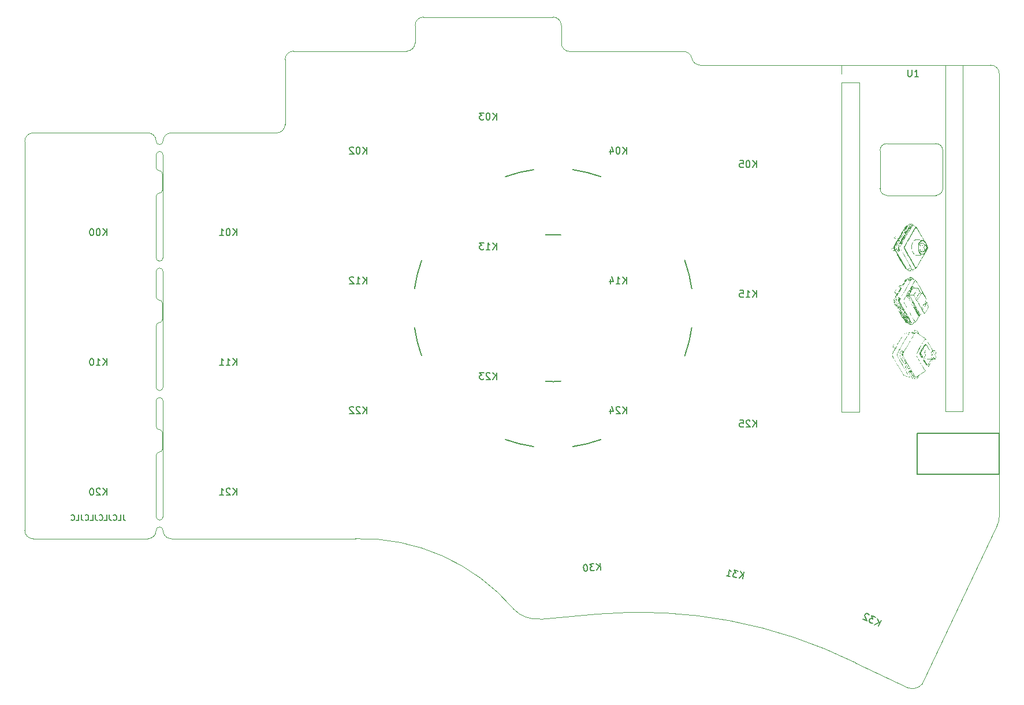
<source format=gbo>
%TF.GenerationSoftware,KiCad,Pcbnew,(7.0.0-0)*%
%TF.CreationDate,2023-05-19T02:46:10-07:00*%
%TF.ProjectId,Cantor_MX,43616e74-6f72-45f4-9d58-2e6b69636164,rev1.0*%
%TF.SameCoordinates,PX78114e0PY44b6550*%
%TF.FileFunction,Legend,Bot*%
%TF.FilePolarity,Positive*%
%FSLAX46Y46*%
G04 Gerber Fmt 4.6, Leading zero omitted, Abs format (unit mm)*
G04 Created by KiCad (PCBNEW (7.0.0-0)) date 2023-05-19 02:46:10*
%MOMM*%
%LPD*%
G01*
G04 APERTURE LIST*
%ADD10C,0.200000*%
%ADD11C,0.150000*%
%ADD12C,0.120000*%
%TA.AperFunction,Profile*%
%ADD13C,0.100000*%
%TD*%
G04 APERTURE END LIST*
D10*
X-53429048Y-43255904D02*
X-53429048Y-43827333D01*
X-53429048Y-43827333D02*
X-53390953Y-43941619D01*
X-53390953Y-43941619D02*
X-53314762Y-44017809D01*
X-53314762Y-44017809D02*
X-53200477Y-44055904D01*
X-53200477Y-44055904D02*
X-53124286Y-44055904D01*
X-54190953Y-44055904D02*
X-53810001Y-44055904D01*
X-53810001Y-44055904D02*
X-53810001Y-43255904D01*
X-54914763Y-43979714D02*
X-54876667Y-44017809D01*
X-54876667Y-44017809D02*
X-54762382Y-44055904D01*
X-54762382Y-44055904D02*
X-54686191Y-44055904D01*
X-54686191Y-44055904D02*
X-54571905Y-44017809D01*
X-54571905Y-44017809D02*
X-54495715Y-43941619D01*
X-54495715Y-43941619D02*
X-54457620Y-43865428D01*
X-54457620Y-43865428D02*
X-54419524Y-43713047D01*
X-54419524Y-43713047D02*
X-54419524Y-43598761D01*
X-54419524Y-43598761D02*
X-54457620Y-43446380D01*
X-54457620Y-43446380D02*
X-54495715Y-43370190D01*
X-54495715Y-43370190D02*
X-54571905Y-43294000D01*
X-54571905Y-43294000D02*
X-54686191Y-43255904D01*
X-54686191Y-43255904D02*
X-54762382Y-43255904D01*
X-54762382Y-43255904D02*
X-54876667Y-43294000D01*
X-54876667Y-43294000D02*
X-54914763Y-43332095D01*
X-55486191Y-43255904D02*
X-55486191Y-43827333D01*
X-55486191Y-43827333D02*
X-55448096Y-43941619D01*
X-55448096Y-43941619D02*
X-55371905Y-44017809D01*
X-55371905Y-44017809D02*
X-55257620Y-44055904D01*
X-55257620Y-44055904D02*
X-55181429Y-44055904D01*
X-56248096Y-44055904D02*
X-55867144Y-44055904D01*
X-55867144Y-44055904D02*
X-55867144Y-43255904D01*
X-56971906Y-43979714D02*
X-56933810Y-44017809D01*
X-56933810Y-44017809D02*
X-56819525Y-44055904D01*
X-56819525Y-44055904D02*
X-56743334Y-44055904D01*
X-56743334Y-44055904D02*
X-56629048Y-44017809D01*
X-56629048Y-44017809D02*
X-56552858Y-43941619D01*
X-56552858Y-43941619D02*
X-56514763Y-43865428D01*
X-56514763Y-43865428D02*
X-56476667Y-43713047D01*
X-56476667Y-43713047D02*
X-56476667Y-43598761D01*
X-56476667Y-43598761D02*
X-56514763Y-43446380D01*
X-56514763Y-43446380D02*
X-56552858Y-43370190D01*
X-56552858Y-43370190D02*
X-56629048Y-43294000D01*
X-56629048Y-43294000D02*
X-56743334Y-43255904D01*
X-56743334Y-43255904D02*
X-56819525Y-43255904D01*
X-56819525Y-43255904D02*
X-56933810Y-43294000D01*
X-56933810Y-43294000D02*
X-56971906Y-43332095D01*
X-57543334Y-43255904D02*
X-57543334Y-43827333D01*
X-57543334Y-43827333D02*
X-57505239Y-43941619D01*
X-57505239Y-43941619D02*
X-57429048Y-44017809D01*
X-57429048Y-44017809D02*
X-57314763Y-44055904D01*
X-57314763Y-44055904D02*
X-57238572Y-44055904D01*
X-58305239Y-44055904D02*
X-57924287Y-44055904D01*
X-57924287Y-44055904D02*
X-57924287Y-43255904D01*
X-59029049Y-43979714D02*
X-58990953Y-44017809D01*
X-58990953Y-44017809D02*
X-58876668Y-44055904D01*
X-58876668Y-44055904D02*
X-58800477Y-44055904D01*
X-58800477Y-44055904D02*
X-58686191Y-44017809D01*
X-58686191Y-44017809D02*
X-58610001Y-43941619D01*
X-58610001Y-43941619D02*
X-58571906Y-43865428D01*
X-58571906Y-43865428D02*
X-58533810Y-43713047D01*
X-58533810Y-43713047D02*
X-58533810Y-43598761D01*
X-58533810Y-43598761D02*
X-58571906Y-43446380D01*
X-58571906Y-43446380D02*
X-58610001Y-43370190D01*
X-58610001Y-43370190D02*
X-58686191Y-43294000D01*
X-58686191Y-43294000D02*
X-58800477Y-43255904D01*
X-58800477Y-43255904D02*
X-58876668Y-43255904D01*
X-58876668Y-43255904D02*
X-58990953Y-43294000D01*
X-58990953Y-43294000D02*
X-59029049Y-43332095D01*
X-59600477Y-43255904D02*
X-59600477Y-43827333D01*
X-59600477Y-43827333D02*
X-59562382Y-43941619D01*
X-59562382Y-43941619D02*
X-59486191Y-44017809D01*
X-59486191Y-44017809D02*
X-59371906Y-44055904D01*
X-59371906Y-44055904D02*
X-59295715Y-44055904D01*
X-60362382Y-44055904D02*
X-59981430Y-44055904D01*
X-59981430Y-44055904D02*
X-59981430Y-43255904D01*
X-61086192Y-43979714D02*
X-61048096Y-44017809D01*
X-61048096Y-44017809D02*
X-60933811Y-44055904D01*
X-60933811Y-44055904D02*
X-60857620Y-44055904D01*
X-60857620Y-44055904D02*
X-60743334Y-44017809D01*
X-60743334Y-44017809D02*
X-60667144Y-43941619D01*
X-60667144Y-43941619D02*
X-60629049Y-43865428D01*
X-60629049Y-43865428D02*
X-60590953Y-43713047D01*
X-60590953Y-43713047D02*
X-60590953Y-43598761D01*
X-60590953Y-43598761D02*
X-60629049Y-43446380D01*
X-60629049Y-43446380D02*
X-60667144Y-43370190D01*
X-60667144Y-43370190D02*
X-60743334Y-43294000D01*
X-60743334Y-43294000D02*
X-60857620Y-43255904D01*
X-60857620Y-43255904D02*
X-60933811Y-43255904D01*
X-60933811Y-43255904D02*
X-61048096Y-43294000D01*
X-61048096Y-43294000D02*
X-61086192Y-43332095D01*
D11*
%TO.C,K25*%
X39364285Y-30362380D02*
X39364285Y-29362380D01*
X38792857Y-30362380D02*
X39221428Y-29790952D01*
X38792857Y-29362380D02*
X39364285Y-29933809D01*
X38411904Y-29457619D02*
X38364285Y-29410000D01*
X38364285Y-29410000D02*
X38269047Y-29362380D01*
X38269047Y-29362380D02*
X38030952Y-29362380D01*
X38030952Y-29362380D02*
X37935714Y-29410000D01*
X37935714Y-29410000D02*
X37888095Y-29457619D01*
X37888095Y-29457619D02*
X37840476Y-29552857D01*
X37840476Y-29552857D02*
X37840476Y-29648095D01*
X37840476Y-29648095D02*
X37888095Y-29790952D01*
X37888095Y-29790952D02*
X38459523Y-30362380D01*
X38459523Y-30362380D02*
X37840476Y-30362380D01*
X36935714Y-29362380D02*
X37411904Y-29362380D01*
X37411904Y-29362380D02*
X37459523Y-29838571D01*
X37459523Y-29838571D02*
X37411904Y-29790952D01*
X37411904Y-29790952D02*
X37316666Y-29743333D01*
X37316666Y-29743333D02*
X37078571Y-29743333D01*
X37078571Y-29743333D02*
X36983333Y-29790952D01*
X36983333Y-29790952D02*
X36935714Y-29838571D01*
X36935714Y-29838571D02*
X36888095Y-29933809D01*
X36888095Y-29933809D02*
X36888095Y-30171904D01*
X36888095Y-30171904D02*
X36935714Y-30267142D01*
X36935714Y-30267142D02*
X36983333Y-30314761D01*
X36983333Y-30314761D02*
X37078571Y-30362380D01*
X37078571Y-30362380D02*
X37316666Y-30362380D01*
X37316666Y-30362380D02*
X37411904Y-30314761D01*
X37411904Y-30314761D02*
X37459523Y-30267142D01*
%TO.C,K24*%
X20314285Y-28362380D02*
X20314285Y-27362380D01*
X19742857Y-28362380D02*
X20171428Y-27790952D01*
X19742857Y-27362380D02*
X20314285Y-27933809D01*
X19361904Y-27457619D02*
X19314285Y-27410000D01*
X19314285Y-27410000D02*
X19219047Y-27362380D01*
X19219047Y-27362380D02*
X18980952Y-27362380D01*
X18980952Y-27362380D02*
X18885714Y-27410000D01*
X18885714Y-27410000D02*
X18838095Y-27457619D01*
X18838095Y-27457619D02*
X18790476Y-27552857D01*
X18790476Y-27552857D02*
X18790476Y-27648095D01*
X18790476Y-27648095D02*
X18838095Y-27790952D01*
X18838095Y-27790952D02*
X19409523Y-28362380D01*
X19409523Y-28362380D02*
X18790476Y-28362380D01*
X17933333Y-27695714D02*
X17933333Y-28362380D01*
X18171428Y-27314761D02*
X18409523Y-28029047D01*
X18409523Y-28029047D02*
X17790476Y-28029047D01*
%TO.C,K21*%
X-36835715Y-40362380D02*
X-36835715Y-39362380D01*
X-37407143Y-40362380D02*
X-36978572Y-39790952D01*
X-37407143Y-39362380D02*
X-36835715Y-39933809D01*
X-37788096Y-39457619D02*
X-37835715Y-39410000D01*
X-37835715Y-39410000D02*
X-37930953Y-39362380D01*
X-37930953Y-39362380D02*
X-38169048Y-39362380D01*
X-38169048Y-39362380D02*
X-38264286Y-39410000D01*
X-38264286Y-39410000D02*
X-38311905Y-39457619D01*
X-38311905Y-39457619D02*
X-38359524Y-39552857D01*
X-38359524Y-39552857D02*
X-38359524Y-39648095D01*
X-38359524Y-39648095D02*
X-38311905Y-39790952D01*
X-38311905Y-39790952D02*
X-37740477Y-40362380D01*
X-37740477Y-40362380D02*
X-38359524Y-40362380D01*
X-39311905Y-40362380D02*
X-38740477Y-40362380D01*
X-39026191Y-40362380D02*
X-39026191Y-39362380D01*
X-39026191Y-39362380D02*
X-38930953Y-39505238D01*
X-38930953Y-39505238D02*
X-38835715Y-39600476D01*
X-38835715Y-39600476D02*
X-38740477Y-39648095D01*
%TO.C,K02*%
X-17785715Y9737620D02*
X-17785715Y10737620D01*
X-18357143Y9737620D02*
X-17928572Y10309048D01*
X-18357143Y10737620D02*
X-17785715Y10166191D01*
X-18976191Y10737620D02*
X-19071429Y10737620D01*
X-19071429Y10737620D02*
X-19166667Y10690000D01*
X-19166667Y10690000D02*
X-19214286Y10642381D01*
X-19214286Y10642381D02*
X-19261905Y10547143D01*
X-19261905Y10547143D02*
X-19309524Y10356667D01*
X-19309524Y10356667D02*
X-19309524Y10118572D01*
X-19309524Y10118572D02*
X-19261905Y9928096D01*
X-19261905Y9928096D02*
X-19214286Y9832858D01*
X-19214286Y9832858D02*
X-19166667Y9785239D01*
X-19166667Y9785239D02*
X-19071429Y9737620D01*
X-19071429Y9737620D02*
X-18976191Y9737620D01*
X-18976191Y9737620D02*
X-18880953Y9785239D01*
X-18880953Y9785239D02*
X-18833334Y9832858D01*
X-18833334Y9832858D02*
X-18785715Y9928096D01*
X-18785715Y9928096D02*
X-18738096Y10118572D01*
X-18738096Y10118572D02*
X-18738096Y10356667D01*
X-18738096Y10356667D02*
X-18785715Y10547143D01*
X-18785715Y10547143D02*
X-18833334Y10642381D01*
X-18833334Y10642381D02*
X-18880953Y10690000D01*
X-18880953Y10690000D02*
X-18976191Y10737620D01*
X-19690477Y10642381D02*
X-19738096Y10690000D01*
X-19738096Y10690000D02*
X-19833334Y10737620D01*
X-19833334Y10737620D02*
X-20071429Y10737620D01*
X-20071429Y10737620D02*
X-20166667Y10690000D01*
X-20166667Y10690000D02*
X-20214286Y10642381D01*
X-20214286Y10642381D02*
X-20261905Y10547143D01*
X-20261905Y10547143D02*
X-20261905Y10451905D01*
X-20261905Y10451905D02*
X-20214286Y10309048D01*
X-20214286Y10309048D02*
X-19642858Y9737620D01*
X-19642858Y9737620D02*
X-20261905Y9737620D01*
%TO.C,K10*%
X-55885715Y-21312380D02*
X-55885715Y-20312380D01*
X-56457143Y-21312380D02*
X-56028572Y-20740952D01*
X-56457143Y-20312380D02*
X-55885715Y-20883809D01*
X-57409524Y-21312380D02*
X-56838096Y-21312380D01*
X-57123810Y-21312380D02*
X-57123810Y-20312380D01*
X-57123810Y-20312380D02*
X-57028572Y-20455238D01*
X-57028572Y-20455238D02*
X-56933334Y-20550476D01*
X-56933334Y-20550476D02*
X-56838096Y-20598095D01*
X-58028572Y-20312380D02*
X-58123810Y-20312380D01*
X-58123810Y-20312380D02*
X-58219048Y-20360000D01*
X-58219048Y-20360000D02*
X-58266667Y-20407619D01*
X-58266667Y-20407619D02*
X-58314286Y-20502857D01*
X-58314286Y-20502857D02*
X-58361905Y-20693333D01*
X-58361905Y-20693333D02*
X-58361905Y-20931428D01*
X-58361905Y-20931428D02*
X-58314286Y-21121904D01*
X-58314286Y-21121904D02*
X-58266667Y-21217142D01*
X-58266667Y-21217142D02*
X-58219048Y-21264761D01*
X-58219048Y-21264761D02*
X-58123810Y-21312380D01*
X-58123810Y-21312380D02*
X-58028572Y-21312380D01*
X-58028572Y-21312380D02*
X-57933334Y-21264761D01*
X-57933334Y-21264761D02*
X-57885715Y-21217142D01*
X-57885715Y-21217142D02*
X-57838096Y-21121904D01*
X-57838096Y-21121904D02*
X-57790477Y-20931428D01*
X-57790477Y-20931428D02*
X-57790477Y-20693333D01*
X-57790477Y-20693333D02*
X-57838096Y-20502857D01*
X-57838096Y-20502857D02*
X-57885715Y-20407619D01*
X-57885715Y-20407619D02*
X-57933334Y-20360000D01*
X-57933334Y-20360000D02*
X-58028572Y-20312380D01*
%TO.C,K04*%
X20314285Y9737620D02*
X20314285Y10737620D01*
X19742857Y9737620D02*
X20171428Y10309048D01*
X19742857Y10737620D02*
X20314285Y10166191D01*
X19123809Y10737620D02*
X19028571Y10737620D01*
X19028571Y10737620D02*
X18933333Y10690000D01*
X18933333Y10690000D02*
X18885714Y10642381D01*
X18885714Y10642381D02*
X18838095Y10547143D01*
X18838095Y10547143D02*
X18790476Y10356667D01*
X18790476Y10356667D02*
X18790476Y10118572D01*
X18790476Y10118572D02*
X18838095Y9928096D01*
X18838095Y9928096D02*
X18885714Y9832858D01*
X18885714Y9832858D02*
X18933333Y9785239D01*
X18933333Y9785239D02*
X19028571Y9737620D01*
X19028571Y9737620D02*
X19123809Y9737620D01*
X19123809Y9737620D02*
X19219047Y9785239D01*
X19219047Y9785239D02*
X19266666Y9832858D01*
X19266666Y9832858D02*
X19314285Y9928096D01*
X19314285Y9928096D02*
X19361904Y10118572D01*
X19361904Y10118572D02*
X19361904Y10356667D01*
X19361904Y10356667D02*
X19314285Y10547143D01*
X19314285Y10547143D02*
X19266666Y10642381D01*
X19266666Y10642381D02*
X19219047Y10690000D01*
X19219047Y10690000D02*
X19123809Y10737620D01*
X17933333Y10404286D02*
X17933333Y9737620D01*
X18171428Y10785239D02*
X18409523Y10070953D01*
X18409523Y10070953D02*
X17790476Y10070953D01*
%TO.C,K12*%
X-17785715Y-9312380D02*
X-17785715Y-8312380D01*
X-18357143Y-9312380D02*
X-17928572Y-8740952D01*
X-18357143Y-8312380D02*
X-17785715Y-8883809D01*
X-19309524Y-9312380D02*
X-18738096Y-9312380D01*
X-19023810Y-9312380D02*
X-19023810Y-8312380D01*
X-19023810Y-8312380D02*
X-18928572Y-8455238D01*
X-18928572Y-8455238D02*
X-18833334Y-8550476D01*
X-18833334Y-8550476D02*
X-18738096Y-8598095D01*
X-19690477Y-8407619D02*
X-19738096Y-8360000D01*
X-19738096Y-8360000D02*
X-19833334Y-8312380D01*
X-19833334Y-8312380D02*
X-20071429Y-8312380D01*
X-20071429Y-8312380D02*
X-20166667Y-8360000D01*
X-20166667Y-8360000D02*
X-20214286Y-8407619D01*
X-20214286Y-8407619D02*
X-20261905Y-8502857D01*
X-20261905Y-8502857D02*
X-20261905Y-8598095D01*
X-20261905Y-8598095D02*
X-20214286Y-8740952D01*
X-20214286Y-8740952D02*
X-19642858Y-9312380D01*
X-19642858Y-9312380D02*
X-20261905Y-9312380D01*
%TO.C,K30*%
X16535323Y-51335781D02*
X16448167Y-50339586D01*
X15966069Y-51385584D02*
X16343206Y-50778977D01*
X15878913Y-50389389D02*
X16497970Y-50908840D01*
X15546848Y-50418441D02*
X14930156Y-50472395D01*
X14930156Y-50472395D02*
X15295423Y-50822845D01*
X15295423Y-50822845D02*
X15153110Y-50835296D01*
X15153110Y-50835296D02*
X15062384Y-50891035D01*
X15062384Y-50891035D02*
X15019097Y-50942623D01*
X15019097Y-50942623D02*
X14979959Y-51041649D01*
X14979959Y-51041649D02*
X15000711Y-51278838D01*
X15000711Y-51278838D02*
X15056449Y-51369563D01*
X15056449Y-51369563D02*
X15108037Y-51412851D01*
X15108037Y-51412851D02*
X15207063Y-51451988D01*
X15207063Y-51451988D02*
X15491690Y-51427087D01*
X15491690Y-51427087D02*
X15582416Y-51371348D01*
X15582416Y-51371348D02*
X15625703Y-51319760D01*
X14313464Y-50526348D02*
X14218588Y-50534649D01*
X14218588Y-50534649D02*
X14127863Y-50590387D01*
X14127863Y-50590387D02*
X14084575Y-50641975D01*
X14084575Y-50641975D02*
X14045438Y-50741001D01*
X14045438Y-50741001D02*
X14014601Y-50934903D01*
X14014601Y-50934903D02*
X14035353Y-51172092D01*
X14035353Y-51172092D02*
X14099392Y-51357693D01*
X14099392Y-51357693D02*
X14155130Y-51448419D01*
X14155130Y-51448419D02*
X14206718Y-51491706D01*
X14206718Y-51491706D02*
X14305744Y-51530843D01*
X14305744Y-51530843D02*
X14400620Y-51522543D01*
X14400620Y-51522543D02*
X14491345Y-51466805D01*
X14491345Y-51466805D02*
X14534633Y-51415216D01*
X14534633Y-51415216D02*
X14573770Y-51316190D01*
X14573770Y-51316190D02*
X14604607Y-51122289D01*
X14604607Y-51122289D02*
X14583855Y-50885100D01*
X14583855Y-50885100D02*
X14519817Y-50699498D01*
X14519817Y-50699498D02*
X14464078Y-50608773D01*
X14464078Y-50608773D02*
X14412490Y-50565485D01*
X14412490Y-50565485D02*
X14313464Y-50526348D01*
%TO.C,K01*%
X-36835715Y-2262380D02*
X-36835715Y-1262380D01*
X-37407143Y-2262380D02*
X-36978572Y-1690952D01*
X-37407143Y-1262380D02*
X-36835715Y-1833809D01*
X-38026191Y-1262380D02*
X-38121429Y-1262380D01*
X-38121429Y-1262380D02*
X-38216667Y-1310000D01*
X-38216667Y-1310000D02*
X-38264286Y-1357619D01*
X-38264286Y-1357619D02*
X-38311905Y-1452857D01*
X-38311905Y-1452857D02*
X-38359524Y-1643333D01*
X-38359524Y-1643333D02*
X-38359524Y-1881428D01*
X-38359524Y-1881428D02*
X-38311905Y-2071904D01*
X-38311905Y-2071904D02*
X-38264286Y-2167142D01*
X-38264286Y-2167142D02*
X-38216667Y-2214761D01*
X-38216667Y-2214761D02*
X-38121429Y-2262380D01*
X-38121429Y-2262380D02*
X-38026191Y-2262380D01*
X-38026191Y-2262380D02*
X-37930953Y-2214761D01*
X-37930953Y-2214761D02*
X-37883334Y-2167142D01*
X-37883334Y-2167142D02*
X-37835715Y-2071904D01*
X-37835715Y-2071904D02*
X-37788096Y-1881428D01*
X-37788096Y-1881428D02*
X-37788096Y-1643333D01*
X-37788096Y-1643333D02*
X-37835715Y-1452857D01*
X-37835715Y-1452857D02*
X-37883334Y-1357619D01*
X-37883334Y-1357619D02*
X-37930953Y-1310000D01*
X-37930953Y-1310000D02*
X-38026191Y-1262380D01*
X-39311905Y-2262380D02*
X-38740477Y-2262380D01*
X-39026191Y-2262380D02*
X-39026191Y-1262380D01*
X-39026191Y-1262380D02*
X-38930953Y-1405238D01*
X-38930953Y-1405238D02*
X-38835715Y-1500476D01*
X-38835715Y-1500476D02*
X-38740477Y-1548095D01*
%TO.C,K14*%
X20314285Y-9312380D02*
X20314285Y-8312380D01*
X19742857Y-9312380D02*
X20171428Y-8740952D01*
X19742857Y-8312380D02*
X20314285Y-8883809D01*
X18790476Y-9312380D02*
X19361904Y-9312380D01*
X19076190Y-9312380D02*
X19076190Y-8312380D01*
X19076190Y-8312380D02*
X19171428Y-8455238D01*
X19171428Y-8455238D02*
X19266666Y-8550476D01*
X19266666Y-8550476D02*
X19361904Y-8598095D01*
X17933333Y-8645714D02*
X17933333Y-9312380D01*
X18171428Y-8264761D02*
X18409523Y-8979047D01*
X18409523Y-8979047D02*
X17790476Y-8979047D01*
%TO.C,K23*%
X1264285Y-23362380D02*
X1264285Y-22362380D01*
X692857Y-23362380D02*
X1121428Y-22790952D01*
X692857Y-22362380D02*
X1264285Y-22933809D01*
X311904Y-22457619D02*
X264285Y-22410000D01*
X264285Y-22410000D02*
X169047Y-22362380D01*
X169047Y-22362380D02*
X-69048Y-22362380D01*
X-69048Y-22362380D02*
X-164286Y-22410000D01*
X-164286Y-22410000D02*
X-211905Y-22457619D01*
X-211905Y-22457619D02*
X-259524Y-22552857D01*
X-259524Y-22552857D02*
X-259524Y-22648095D01*
X-259524Y-22648095D02*
X-211905Y-22790952D01*
X-211905Y-22790952D02*
X359523Y-23362380D01*
X359523Y-23362380D02*
X-259524Y-23362380D01*
X-592858Y-22362380D02*
X-1211905Y-22362380D01*
X-1211905Y-22362380D02*
X-878572Y-22743333D01*
X-878572Y-22743333D02*
X-1021429Y-22743333D01*
X-1021429Y-22743333D02*
X-1116667Y-22790952D01*
X-1116667Y-22790952D02*
X-1164286Y-22838571D01*
X-1164286Y-22838571D02*
X-1211905Y-22933809D01*
X-1211905Y-22933809D02*
X-1211905Y-23171904D01*
X-1211905Y-23171904D02*
X-1164286Y-23267142D01*
X-1164286Y-23267142D02*
X-1116667Y-23314761D01*
X-1116667Y-23314761D02*
X-1021429Y-23362380D01*
X-1021429Y-23362380D02*
X-735715Y-23362380D01*
X-735715Y-23362380D02*
X-640477Y-23314761D01*
X-640477Y-23314761D02*
X-592858Y-23267142D01*
%TO.C,K03*%
X1264285Y14737620D02*
X1264285Y15737620D01*
X692857Y14737620D02*
X1121428Y15309048D01*
X692857Y15737620D02*
X1264285Y15166191D01*
X73809Y15737620D02*
X-21429Y15737620D01*
X-21429Y15737620D02*
X-116667Y15690000D01*
X-116667Y15690000D02*
X-164286Y15642381D01*
X-164286Y15642381D02*
X-211905Y15547143D01*
X-211905Y15547143D02*
X-259524Y15356667D01*
X-259524Y15356667D02*
X-259524Y15118572D01*
X-259524Y15118572D02*
X-211905Y14928096D01*
X-211905Y14928096D02*
X-164286Y14832858D01*
X-164286Y14832858D02*
X-116667Y14785239D01*
X-116667Y14785239D02*
X-21429Y14737620D01*
X-21429Y14737620D02*
X73809Y14737620D01*
X73809Y14737620D02*
X169047Y14785239D01*
X169047Y14785239D02*
X216666Y14832858D01*
X216666Y14832858D02*
X264285Y14928096D01*
X264285Y14928096D02*
X311904Y15118572D01*
X311904Y15118572D02*
X311904Y15356667D01*
X311904Y15356667D02*
X264285Y15547143D01*
X264285Y15547143D02*
X216666Y15642381D01*
X216666Y15642381D02*
X169047Y15690000D01*
X169047Y15690000D02*
X73809Y15737620D01*
X-592858Y15737620D02*
X-1211905Y15737620D01*
X-1211905Y15737620D02*
X-878572Y15356667D01*
X-878572Y15356667D02*
X-1021429Y15356667D01*
X-1021429Y15356667D02*
X-1116667Y15309048D01*
X-1116667Y15309048D02*
X-1164286Y15261429D01*
X-1164286Y15261429D02*
X-1211905Y15166191D01*
X-1211905Y15166191D02*
X-1211905Y14928096D01*
X-1211905Y14928096D02*
X-1164286Y14832858D01*
X-1164286Y14832858D02*
X-1116667Y14785239D01*
X-1116667Y14785239D02*
X-1021429Y14737620D01*
X-1021429Y14737620D02*
X-735715Y14737620D01*
X-735715Y14737620D02*
X-640477Y14785239D01*
X-640477Y14785239D02*
X-592858Y14832858D01*
%TO.C,K22*%
X-17785715Y-28362380D02*
X-17785715Y-27362380D01*
X-18357143Y-28362380D02*
X-17928572Y-27790952D01*
X-18357143Y-27362380D02*
X-17785715Y-27933809D01*
X-18738096Y-27457619D02*
X-18785715Y-27410000D01*
X-18785715Y-27410000D02*
X-18880953Y-27362380D01*
X-18880953Y-27362380D02*
X-19119048Y-27362380D01*
X-19119048Y-27362380D02*
X-19214286Y-27410000D01*
X-19214286Y-27410000D02*
X-19261905Y-27457619D01*
X-19261905Y-27457619D02*
X-19309524Y-27552857D01*
X-19309524Y-27552857D02*
X-19309524Y-27648095D01*
X-19309524Y-27648095D02*
X-19261905Y-27790952D01*
X-19261905Y-27790952D02*
X-18690477Y-28362380D01*
X-18690477Y-28362380D02*
X-19309524Y-28362380D01*
X-19690477Y-27457619D02*
X-19738096Y-27410000D01*
X-19738096Y-27410000D02*
X-19833334Y-27362380D01*
X-19833334Y-27362380D02*
X-20071429Y-27362380D01*
X-20071429Y-27362380D02*
X-20166667Y-27410000D01*
X-20166667Y-27410000D02*
X-20214286Y-27457619D01*
X-20214286Y-27457619D02*
X-20261905Y-27552857D01*
X-20261905Y-27552857D02*
X-20261905Y-27648095D01*
X-20261905Y-27648095D02*
X-20214286Y-27790952D01*
X-20214286Y-27790952D02*
X-19642858Y-28362380D01*
X-19642858Y-28362380D02*
X-20261905Y-28362380D01*
%TO.C,K15*%
X39364285Y-11312380D02*
X39364285Y-10312380D01*
X38792857Y-11312380D02*
X39221428Y-10740952D01*
X38792857Y-10312380D02*
X39364285Y-10883809D01*
X37840476Y-11312380D02*
X38411904Y-11312380D01*
X38126190Y-11312380D02*
X38126190Y-10312380D01*
X38126190Y-10312380D02*
X38221428Y-10455238D01*
X38221428Y-10455238D02*
X38316666Y-10550476D01*
X38316666Y-10550476D02*
X38411904Y-10598095D01*
X36935714Y-10312380D02*
X37411904Y-10312380D01*
X37411904Y-10312380D02*
X37459523Y-10788571D01*
X37459523Y-10788571D02*
X37411904Y-10740952D01*
X37411904Y-10740952D02*
X37316666Y-10693333D01*
X37316666Y-10693333D02*
X37078571Y-10693333D01*
X37078571Y-10693333D02*
X36983333Y-10740952D01*
X36983333Y-10740952D02*
X36935714Y-10788571D01*
X36935714Y-10788571D02*
X36888095Y-10883809D01*
X36888095Y-10883809D02*
X36888095Y-11121904D01*
X36888095Y-11121904D02*
X36935714Y-11217142D01*
X36935714Y-11217142D02*
X36983333Y-11264761D01*
X36983333Y-11264761D02*
X37078571Y-11312380D01*
X37078571Y-11312380D02*
X37316666Y-11312380D01*
X37316666Y-11312380D02*
X37411904Y-11264761D01*
X37411904Y-11264761D02*
X37459523Y-11217142D01*
%TO.C,K32*%
X57223341Y-59592654D02*
X57645959Y-58686346D01*
X56705451Y-59351158D02*
X57335365Y-59014390D01*
X57128069Y-58444850D02*
X57404463Y-59204236D01*
X56825966Y-58303977D02*
X56264919Y-58042356D01*
X56264919Y-58042356D02*
X56406024Y-58528489D01*
X56406024Y-58528489D02*
X56276551Y-58468115D01*
X56276551Y-58468115D02*
X56170112Y-58471023D01*
X56170112Y-58471023D02*
X56106829Y-58494056D01*
X56106829Y-58494056D02*
X56023423Y-58560247D01*
X56023423Y-58560247D02*
X55922799Y-58776034D01*
X55922799Y-58776034D02*
X55925707Y-58882474D01*
X55925707Y-58882474D02*
X55948740Y-58945756D01*
X55948740Y-58945756D02*
X56014931Y-59029163D01*
X56014931Y-59029163D02*
X56273876Y-59149911D01*
X56273876Y-59149911D02*
X56380315Y-59147003D01*
X56380315Y-59147003D02*
X56443598Y-59123970D01*
X55879409Y-57967674D02*
X55856376Y-57904392D01*
X55856376Y-57904392D02*
X55790186Y-57820985D01*
X55790186Y-57820985D02*
X55574398Y-57720362D01*
X55574398Y-57720362D02*
X55467959Y-57723270D01*
X55467959Y-57723270D02*
X55404677Y-57746303D01*
X55404677Y-57746303D02*
X55321270Y-57812493D01*
X55321270Y-57812493D02*
X55281020Y-57898808D01*
X55281020Y-57898808D02*
X55263804Y-58048405D01*
X55263804Y-58048405D02*
X55540198Y-58807791D01*
X55540198Y-58807791D02*
X54979150Y-58546171D01*
%TO.C,K11*%
X-36835715Y-21312380D02*
X-36835715Y-20312380D01*
X-37407143Y-21312380D02*
X-36978572Y-20740952D01*
X-37407143Y-20312380D02*
X-36835715Y-20883809D01*
X-38359524Y-21312380D02*
X-37788096Y-21312380D01*
X-38073810Y-21312380D02*
X-38073810Y-20312380D01*
X-38073810Y-20312380D02*
X-37978572Y-20455238D01*
X-37978572Y-20455238D02*
X-37883334Y-20550476D01*
X-37883334Y-20550476D02*
X-37788096Y-20598095D01*
X-39311905Y-21312380D02*
X-38740477Y-21312380D01*
X-39026191Y-21312380D02*
X-39026191Y-20312380D01*
X-39026191Y-20312380D02*
X-38930953Y-20455238D01*
X-38930953Y-20455238D02*
X-38835715Y-20550476D01*
X-38835715Y-20550476D02*
X-38740477Y-20598095D01*
%TO.C,U1*%
X61558095Y22082620D02*
X61558095Y21273096D01*
X61558095Y21273096D02*
X61605714Y21177858D01*
X61605714Y21177858D02*
X61653333Y21130239D01*
X61653333Y21130239D02*
X61748571Y21082620D01*
X61748571Y21082620D02*
X61939047Y21082620D01*
X61939047Y21082620D02*
X62034285Y21130239D01*
X62034285Y21130239D02*
X62081904Y21177858D01*
X62081904Y21177858D02*
X62129523Y21273096D01*
X62129523Y21273096D02*
X62129523Y22082620D01*
X63129523Y21082620D02*
X62558095Y21082620D01*
X62843809Y21082620D02*
X62843809Y22082620D01*
X62843809Y22082620D02*
X62748571Y21939762D01*
X62748571Y21939762D02*
X62653333Y21844524D01*
X62653333Y21844524D02*
X62558095Y21796905D01*
%TO.C,K05*%
X39364285Y7737620D02*
X39364285Y8737620D01*
X38792857Y7737620D02*
X39221428Y8309048D01*
X38792857Y8737620D02*
X39364285Y8166191D01*
X38173809Y8737620D02*
X38078571Y8737620D01*
X38078571Y8737620D02*
X37983333Y8690000D01*
X37983333Y8690000D02*
X37935714Y8642381D01*
X37935714Y8642381D02*
X37888095Y8547143D01*
X37888095Y8547143D02*
X37840476Y8356667D01*
X37840476Y8356667D02*
X37840476Y8118572D01*
X37840476Y8118572D02*
X37888095Y7928096D01*
X37888095Y7928096D02*
X37935714Y7832858D01*
X37935714Y7832858D02*
X37983333Y7785239D01*
X37983333Y7785239D02*
X38078571Y7737620D01*
X38078571Y7737620D02*
X38173809Y7737620D01*
X38173809Y7737620D02*
X38269047Y7785239D01*
X38269047Y7785239D02*
X38316666Y7832858D01*
X38316666Y7832858D02*
X38364285Y7928096D01*
X38364285Y7928096D02*
X38411904Y8118572D01*
X38411904Y8118572D02*
X38411904Y8356667D01*
X38411904Y8356667D02*
X38364285Y8547143D01*
X38364285Y8547143D02*
X38316666Y8642381D01*
X38316666Y8642381D02*
X38269047Y8690000D01*
X38269047Y8690000D02*
X38173809Y8737620D01*
X36935714Y8737620D02*
X37411904Y8737620D01*
X37411904Y8737620D02*
X37459523Y8261429D01*
X37459523Y8261429D02*
X37411904Y8309048D01*
X37411904Y8309048D02*
X37316666Y8356667D01*
X37316666Y8356667D02*
X37078571Y8356667D01*
X37078571Y8356667D02*
X36983333Y8309048D01*
X36983333Y8309048D02*
X36935714Y8261429D01*
X36935714Y8261429D02*
X36888095Y8166191D01*
X36888095Y8166191D02*
X36888095Y7928096D01*
X36888095Y7928096D02*
X36935714Y7832858D01*
X36935714Y7832858D02*
X36983333Y7785239D01*
X36983333Y7785239D02*
X37078571Y7737620D01*
X37078571Y7737620D02*
X37316666Y7737620D01*
X37316666Y7737620D02*
X37411904Y7785239D01*
X37411904Y7785239D02*
X37459523Y7832858D01*
%TO.C,K20*%
X-55885715Y-40362380D02*
X-55885715Y-39362380D01*
X-56457143Y-40362380D02*
X-56028572Y-39790952D01*
X-56457143Y-39362380D02*
X-55885715Y-39933809D01*
X-56838096Y-39457619D02*
X-56885715Y-39410000D01*
X-56885715Y-39410000D02*
X-56980953Y-39362380D01*
X-56980953Y-39362380D02*
X-57219048Y-39362380D01*
X-57219048Y-39362380D02*
X-57314286Y-39410000D01*
X-57314286Y-39410000D02*
X-57361905Y-39457619D01*
X-57361905Y-39457619D02*
X-57409524Y-39552857D01*
X-57409524Y-39552857D02*
X-57409524Y-39648095D01*
X-57409524Y-39648095D02*
X-57361905Y-39790952D01*
X-57361905Y-39790952D02*
X-56790477Y-40362380D01*
X-56790477Y-40362380D02*
X-57409524Y-40362380D01*
X-58028572Y-39362380D02*
X-58123810Y-39362380D01*
X-58123810Y-39362380D02*
X-58219048Y-39410000D01*
X-58219048Y-39410000D02*
X-58266667Y-39457619D01*
X-58266667Y-39457619D02*
X-58314286Y-39552857D01*
X-58314286Y-39552857D02*
X-58361905Y-39743333D01*
X-58361905Y-39743333D02*
X-58361905Y-39981428D01*
X-58361905Y-39981428D02*
X-58314286Y-40171904D01*
X-58314286Y-40171904D02*
X-58266667Y-40267142D01*
X-58266667Y-40267142D02*
X-58219048Y-40314761D01*
X-58219048Y-40314761D02*
X-58123810Y-40362380D01*
X-58123810Y-40362380D02*
X-58028572Y-40362380D01*
X-58028572Y-40362380D02*
X-57933334Y-40314761D01*
X-57933334Y-40314761D02*
X-57885715Y-40267142D01*
X-57885715Y-40267142D02*
X-57838096Y-40171904D01*
X-57838096Y-40171904D02*
X-57790477Y-39981428D01*
X-57790477Y-39981428D02*
X-57790477Y-39743333D01*
X-57790477Y-39743333D02*
X-57838096Y-39552857D01*
X-57838096Y-39552857D02*
X-57885715Y-39457619D01*
X-57885715Y-39457619D02*
X-57933334Y-39410000D01*
X-57933334Y-39410000D02*
X-58028572Y-39362380D01*
%TO.C,K13*%
X1264285Y-4312380D02*
X1264285Y-3312380D01*
X692857Y-4312380D02*
X1121428Y-3740952D01*
X692857Y-3312380D02*
X1264285Y-3883809D01*
X-259524Y-4312380D02*
X311904Y-4312380D01*
X26190Y-4312380D02*
X26190Y-3312380D01*
X26190Y-3312380D02*
X121428Y-3455238D01*
X121428Y-3455238D02*
X216666Y-3550476D01*
X216666Y-3550476D02*
X311904Y-3598095D01*
X-592858Y-3312380D02*
X-1211905Y-3312380D01*
X-1211905Y-3312380D02*
X-878572Y-3693333D01*
X-878572Y-3693333D02*
X-1021429Y-3693333D01*
X-1021429Y-3693333D02*
X-1116667Y-3740952D01*
X-1116667Y-3740952D02*
X-1164286Y-3788571D01*
X-1164286Y-3788571D02*
X-1211905Y-3883809D01*
X-1211905Y-3883809D02*
X-1211905Y-4121904D01*
X-1211905Y-4121904D02*
X-1164286Y-4217142D01*
X-1164286Y-4217142D02*
X-1116667Y-4264761D01*
X-1116667Y-4264761D02*
X-1021429Y-4312380D01*
X-1021429Y-4312380D02*
X-735715Y-4312380D01*
X-735715Y-4312380D02*
X-640477Y-4264761D01*
X-640477Y-4264761D02*
X-592858Y-4217142D01*
%TO.C,K00*%
X-55885715Y-2262380D02*
X-55885715Y-1262380D01*
X-56457143Y-2262380D02*
X-56028572Y-1690952D01*
X-56457143Y-1262380D02*
X-55885715Y-1833809D01*
X-57076191Y-1262380D02*
X-57171429Y-1262380D01*
X-57171429Y-1262380D02*
X-57266667Y-1310000D01*
X-57266667Y-1310000D02*
X-57314286Y-1357619D01*
X-57314286Y-1357619D02*
X-57361905Y-1452857D01*
X-57361905Y-1452857D02*
X-57409524Y-1643333D01*
X-57409524Y-1643333D02*
X-57409524Y-1881428D01*
X-57409524Y-1881428D02*
X-57361905Y-2071904D01*
X-57361905Y-2071904D02*
X-57314286Y-2167142D01*
X-57314286Y-2167142D02*
X-57266667Y-2214761D01*
X-57266667Y-2214761D02*
X-57171429Y-2262380D01*
X-57171429Y-2262380D02*
X-57076191Y-2262380D01*
X-57076191Y-2262380D02*
X-56980953Y-2214761D01*
X-56980953Y-2214761D02*
X-56933334Y-2167142D01*
X-56933334Y-2167142D02*
X-56885715Y-2071904D01*
X-56885715Y-2071904D02*
X-56838096Y-1881428D01*
X-56838096Y-1881428D02*
X-56838096Y-1643333D01*
X-56838096Y-1643333D02*
X-56885715Y-1452857D01*
X-56885715Y-1452857D02*
X-56933334Y-1357619D01*
X-56933334Y-1357619D02*
X-56980953Y-1310000D01*
X-56980953Y-1310000D02*
X-57076191Y-1262380D01*
X-58028572Y-1262380D02*
X-58123810Y-1262380D01*
X-58123810Y-1262380D02*
X-58219048Y-1310000D01*
X-58219048Y-1310000D02*
X-58266667Y-1357619D01*
X-58266667Y-1357619D02*
X-58314286Y-1452857D01*
X-58314286Y-1452857D02*
X-58361905Y-1643333D01*
X-58361905Y-1643333D02*
X-58361905Y-1881428D01*
X-58361905Y-1881428D02*
X-58314286Y-2071904D01*
X-58314286Y-2071904D02*
X-58266667Y-2167142D01*
X-58266667Y-2167142D02*
X-58219048Y-2214761D01*
X-58219048Y-2214761D02*
X-58123810Y-2262380D01*
X-58123810Y-2262380D02*
X-58028572Y-2262380D01*
X-58028572Y-2262380D02*
X-57933334Y-2214761D01*
X-57933334Y-2214761D02*
X-57885715Y-2167142D01*
X-57885715Y-2167142D02*
X-57838096Y-2071904D01*
X-57838096Y-2071904D02*
X-57790477Y-1881428D01*
X-57790477Y-1881428D02*
X-57790477Y-1643333D01*
X-57790477Y-1643333D02*
X-57838096Y-1452857D01*
X-57838096Y-1452857D02*
X-57885715Y-1357619D01*
X-57885715Y-1357619D02*
X-57933334Y-1310000D01*
X-57933334Y-1310000D02*
X-58028572Y-1262380D01*
%TO.C,K31*%
X37396241Y-52616407D02*
X37569889Y-51631599D01*
X36833493Y-52517180D02*
X37354781Y-52028853D01*
X37007142Y-51532372D02*
X37470661Y-52194347D01*
X36678872Y-51474489D02*
X36069229Y-51366993D01*
X36069229Y-51366993D02*
X36331347Y-51800040D01*
X36331347Y-51800040D02*
X36190660Y-51775233D01*
X36190660Y-51775233D02*
X36088600Y-51805591D01*
X36088600Y-51805591D02*
X36033435Y-51844218D01*
X36033435Y-51844218D02*
X35970002Y-51929740D01*
X35970002Y-51929740D02*
X35928657Y-52164218D01*
X35928657Y-52164218D02*
X35959015Y-52266278D01*
X35959015Y-52266278D02*
X35997641Y-52321443D01*
X35997641Y-52321443D02*
X36083164Y-52384876D01*
X36083164Y-52384876D02*
X36364537Y-52434490D01*
X36364537Y-52434490D02*
X36466597Y-52404132D01*
X36466597Y-52404132D02*
X36521762Y-52365506D01*
X34957669Y-52186421D02*
X35520416Y-52285649D01*
X35239043Y-52236035D02*
X35412691Y-51251227D01*
X35412691Y-51251227D02*
X35481675Y-51408452D01*
X35481675Y-51408452D02*
X35558929Y-51518781D01*
X35558929Y-51518781D02*
X35644451Y-51582215D01*
%TO.C,J1*%
X74960000Y-31320000D02*
X74960000Y-37320000D01*
X62960000Y-31320000D02*
X74960000Y-31320000D01*
X62960000Y-31320000D02*
X62960000Y-37320000D01*
X74960000Y-37320000D02*
X62960000Y-37320000D01*
D12*
%TO.C,U1*%
X51805000Y22760000D02*
X53135000Y22760000D01*
X51805000Y21430000D02*
X51805000Y22760000D01*
X51805000Y20160000D02*
X54465000Y20160000D01*
X51805000Y-28160000D02*
X51805000Y20160000D01*
X54465000Y20160000D02*
X54465000Y-28160000D01*
X54465000Y-28160000D02*
X51805000Y-28160000D01*
X67105000Y22700000D02*
X69645000Y22700000D01*
X67105000Y-28100000D02*
X67105000Y22700000D01*
X69645000Y22700000D02*
X69645000Y-28100000D01*
X69645000Y-28100000D02*
X67105000Y-28100000D01*
D10*
%TO.C,REF\u002A\u002A*%
X-9716135Y-5901956D02*
G75*
G03*
X-10750000Y-10052500I19286255J-7008074D01*
G01*
X-10750000Y-15767500D02*
G75*
G03*
X-9716135Y-19918046I20320000J2857500D01*
G01*
X6712500Y7410000D02*
G75*
G03*
X2561954Y6376135I2857500J-20320000D01*
G01*
X2561955Y-32196135D02*
G75*
G03*
X6712500Y-33230000I7008045J19286135D01*
G01*
X9570000Y-2115001D02*
G75*
G03*
X8441615Y-2174137I-6J-10794920D01*
G01*
X10698385Y-2174137D02*
G75*
G03*
X9570000Y-2115000I-1128385J-10735763D01*
G01*
X8441615Y-23645864D02*
G75*
G03*
X9570000Y-23705000I1128379J10735785D01*
G01*
X9570000Y-23705000D02*
G75*
G03*
X10698385Y-23645863I0J10794900D01*
G01*
X16578049Y6376133D02*
G75*
G03*
X12427500Y7410000I-7008049J-19286133D01*
G01*
X12427500Y-33230000D02*
G75*
G03*
X16578045Y-32196135I-2857506J20320019D01*
G01*
X29890000Y-10052500D02*
G75*
G03*
X28856134Y-5901952I-20320000J-2857500D01*
G01*
X28856134Y-19918048D02*
G75*
G03*
X29890000Y-15767500I-19286134J7008048D01*
G01*
%TO.C,G\u002A\u002A\u002A*%
G36*
X63019110Y-11671200D02*
G01*
X62973786Y-11629768D01*
X62917995Y-11550015D01*
X62886957Y-11495950D01*
X62845033Y-11412703D01*
X62829149Y-11364980D01*
X62829763Y-11360688D01*
X62841244Y-11332947D01*
X62909695Y-11332947D01*
X62914010Y-11429073D01*
X62962413Y-11529124D01*
X63023238Y-11623964D01*
X63193782Y-11323001D01*
X63241424Y-11238601D01*
X63307467Y-11120379D01*
X63355194Y-11033378D01*
X63376599Y-10992090D01*
X63373911Y-10984014D01*
X63327171Y-10972531D01*
X63260369Y-10972871D01*
X63240041Y-10972975D01*
X63189560Y-10977762D01*
X63115031Y-10998020D01*
X63058952Y-11046365D01*
X62996590Y-11139741D01*
X62951282Y-11220087D01*
X62909695Y-11332947D01*
X62841244Y-11332947D01*
X62852272Y-11306300D01*
X62900890Y-11213456D01*
X62967101Y-11096317D01*
X63042389Y-10969044D01*
X63081374Y-10905699D01*
X63145432Y-10905699D01*
X63175204Y-10927846D01*
X63260369Y-10931828D01*
X63325815Y-10930848D01*
X63371070Y-10918392D01*
X63366482Y-10878622D01*
X63318884Y-10795639D01*
X63256117Y-10692427D01*
X63197601Y-10791485D01*
X63164212Y-10850092D01*
X63145432Y-10905699D01*
X63081374Y-10905699D01*
X63118240Y-10845797D01*
X63186137Y-10740738D01*
X63237565Y-10668027D01*
X63264009Y-10641826D01*
X63279361Y-10653078D01*
X63323352Y-10710188D01*
X63377372Y-10798452D01*
X63462281Y-10950538D01*
X63263288Y-11296367D01*
X63189694Y-11422935D01*
X63117709Y-11543852D01*
X63063865Y-11631065D01*
X63036206Y-11671297D01*
X63023238Y-11671223D01*
X63019110Y-11671200D01*
G37*
G36*
X64088390Y-12653699D02*
G01*
X64037944Y-12747952D01*
X63963997Y-12881732D01*
X63902440Y-12988017D01*
X63862974Y-13049763D01*
X63831503Y-13088440D01*
X63818098Y-13092383D01*
X63804103Y-13096500D01*
X63770489Y-13060415D01*
X63716030Y-12972490D01*
X63683587Y-12916558D01*
X63641255Y-12836044D01*
X63624544Y-12792542D01*
X63626324Y-12788129D01*
X63701897Y-12788129D01*
X63713651Y-12864375D01*
X63758342Y-12948092D01*
X63818098Y-13041164D01*
X63989711Y-12723571D01*
X64042512Y-12625602D01*
X64106522Y-12506046D01*
X64152473Y-12419241D01*
X64172874Y-12379272D01*
X64172218Y-12373535D01*
X64132153Y-12358567D01*
X64050231Y-12352565D01*
X64041099Y-12352587D01*
X63968716Y-12358057D01*
X63917006Y-12382844D01*
X63868262Y-12440924D01*
X63804778Y-12546270D01*
X63786375Y-12578661D01*
X63725374Y-12699506D01*
X63701897Y-12788129D01*
X63626324Y-12788129D01*
X63638198Y-12758688D01*
X63679577Y-12678129D01*
X63740374Y-12566527D01*
X63812138Y-12438734D01*
X63886417Y-12309603D01*
X63895117Y-12294885D01*
X63957171Y-12294885D01*
X63984538Y-12314376D01*
X64057038Y-12317913D01*
X64180429Y-12317913D01*
X64124062Y-12208911D01*
X64098221Y-12162876D01*
X64064048Y-12128591D01*
X64035382Y-12148269D01*
X64031041Y-12154771D01*
X63973239Y-12246123D01*
X63957171Y-12294885D01*
X63895117Y-12294885D01*
X63954761Y-12193986D01*
X64008718Y-12106735D01*
X64039836Y-12062703D01*
X64057958Y-12062610D01*
X64105207Y-12103605D01*
X64163408Y-12182607D01*
X64258020Y-12332482D01*
X64180429Y-12479411D01*
X64088390Y-12653699D01*
G37*
G36*
X59891698Y-10840657D02*
G01*
X59859166Y-10834038D01*
X59796299Y-10807749D01*
X59718978Y-10728612D01*
X59661776Y-10619295D01*
X59648019Y-10547303D01*
X59719268Y-10547303D01*
X59763431Y-10680601D01*
X59769557Y-10694105D01*
X59824039Y-10770705D01*
X59896180Y-10793220D01*
X59900017Y-10793164D01*
X59947232Y-10780206D01*
X59996450Y-10737115D01*
X60057108Y-10653162D01*
X60138646Y-10517618D01*
X60175010Y-10454069D01*
X60237934Y-10341304D01*
X60281396Y-10259499D01*
X60297613Y-10223075D01*
X60268020Y-10213729D01*
X60186727Y-10206787D01*
X60071865Y-10204134D01*
X60038021Y-10204187D01*
X59928055Y-10207649D01*
X59861815Y-10222269D01*
X59818535Y-10255990D01*
X59777451Y-10316753D01*
X59774251Y-10322042D01*
X59722511Y-10437228D01*
X59719268Y-10547303D01*
X59648019Y-10547303D01*
X59639352Y-10501948D01*
X59640654Y-10482853D01*
X59670557Y-10384192D01*
X59727616Y-10285372D01*
X59762059Y-10241737D01*
X59806112Y-10200628D01*
X59861335Y-10179063D01*
X59947105Y-10170704D01*
X60082801Y-10169215D01*
X60349591Y-10168948D01*
X60426185Y-10034790D01*
X60502780Y-9900632D01*
X60348218Y-9841604D01*
X60256252Y-9800066D01*
X60203767Y-9749061D01*
X60205379Y-9739621D01*
X60274497Y-9739621D01*
X60299743Y-9765278D01*
X60380936Y-9802020D01*
X60395122Y-9807973D01*
X60481116Y-9843057D01*
X60527384Y-9849187D01*
X60556779Y-9821131D01*
X60592156Y-9753656D01*
X60645914Y-9649700D01*
X60536088Y-9649700D01*
X60513038Y-9649700D01*
X60497513Y-9650013D01*
X60392281Y-9665791D01*
X60314023Y-9698063D01*
X60296408Y-9711394D01*
X60274497Y-9739621D01*
X60205379Y-9739621D01*
X60214365Y-9687016D01*
X60285012Y-9602447D01*
X60303100Y-9587684D01*
X60416780Y-9587684D01*
X60449294Y-9607646D01*
X60536088Y-9615048D01*
X60564344Y-9614342D01*
X60650747Y-9602407D01*
X60696112Y-9580396D01*
X60698227Y-9573108D01*
X60665714Y-9553146D01*
X60578920Y-9545744D01*
X60550663Y-9546450D01*
X60464260Y-9558385D01*
X60418895Y-9580396D01*
X60416780Y-9587684D01*
X60303100Y-9587684D01*
X60352824Y-9547101D01*
X60434446Y-9518423D01*
X60554824Y-9511092D01*
X60733281Y-9511092D01*
X60948598Y-9146063D01*
X60951807Y-9140620D01*
X61034292Y-8998359D01*
X61101722Y-8877749D01*
X61147221Y-8791377D01*
X61163916Y-8751831D01*
X61168519Y-8743483D01*
X61216809Y-8709521D01*
X61300395Y-8665796D01*
X61397677Y-8622253D01*
X61487058Y-8588834D01*
X61546938Y-8575485D01*
X61562987Y-8571383D01*
X61626274Y-8534425D01*
X61706318Y-8471528D01*
X61755522Y-8431625D01*
X61855294Y-8381034D01*
X61977816Y-8367572D01*
X61998493Y-8367749D01*
X62156121Y-8387565D01*
X62273308Y-8447061D01*
X62370392Y-8555997D01*
X62464399Y-8652188D01*
X62594996Y-8726933D01*
X62625672Y-8739467D01*
X62657748Y-8756851D01*
X62690930Y-8782819D01*
X62728592Y-8822503D01*
X62774108Y-8881036D01*
X62830852Y-8963549D01*
X62902197Y-9075176D01*
X62991519Y-9221048D01*
X63102191Y-9406297D01*
X63237586Y-9636056D01*
X63401080Y-9915458D01*
X63596046Y-10249634D01*
X63610900Y-10275116D01*
X63780701Y-10567543D01*
X63939818Y-10843596D01*
X64084762Y-11097078D01*
X64212040Y-11321793D01*
X64318163Y-11511545D01*
X64399638Y-11660138D01*
X64452976Y-11761377D01*
X64474685Y-11809065D01*
X64475640Y-11906322D01*
X64424012Y-12043109D01*
X64350159Y-12184798D01*
X64495529Y-12453940D01*
X64640898Y-12723083D01*
X64344991Y-13239529D01*
X64049083Y-13755976D01*
X64017926Y-13757245D01*
X63796436Y-13766269D01*
X63543789Y-13776562D01*
X63532650Y-13788241D01*
X63379273Y-13949056D01*
X63374920Y-13953677D01*
X63321823Y-14018640D01*
X63292414Y-14054622D01*
X63190887Y-14197382D01*
X63082809Y-14363626D01*
X62980649Y-14535024D01*
X62914850Y-14650282D01*
X62834121Y-14785582D01*
X62771597Y-14877729D01*
X62718539Y-14937677D01*
X62700560Y-14950973D01*
X62666207Y-14976378D01*
X62605864Y-15004787D01*
X62563031Y-15025328D01*
X62448562Y-15102822D01*
X62348959Y-15196861D01*
X62328456Y-15220664D01*
X62267212Y-15284072D01*
X62209328Y-15317465D01*
X62130587Y-15330453D01*
X62115463Y-15330721D01*
X62006769Y-15332647D01*
X61897968Y-15330338D01*
X61886854Y-15330102D01*
X61803372Y-15316992D01*
X61743517Y-15285718D01*
X61683697Y-15228691D01*
X61668120Y-15212960D01*
X61582330Y-15149843D01*
X61541569Y-15136546D01*
X61505197Y-15124680D01*
X61496460Y-15124371D01*
X61406482Y-15104774D01*
X61320120Y-15069710D01*
X61306151Y-15064039D01*
X61297340Y-15059109D01*
X61264935Y-15034374D01*
X61226031Y-14993412D01*
X61177523Y-14931346D01*
X61116307Y-14843294D01*
X61039276Y-14724379D01*
X60943326Y-14569722D01*
X60825352Y-14374443D01*
X60682248Y-14133663D01*
X60510908Y-13842503D01*
X60308229Y-13496085D01*
X60305143Y-13490801D01*
X60098573Y-13138153D01*
X59923841Y-12839904D01*
X59779268Y-12589887D01*
X59663175Y-12381937D01*
X59573885Y-12209891D01*
X59509719Y-12067581D01*
X59468999Y-11948844D01*
X59451671Y-11856201D01*
X59477856Y-11856201D01*
X59484307Y-11895963D01*
X59501610Y-11949318D01*
X59532496Y-12021374D01*
X59579697Y-12117237D01*
X59645945Y-12242016D01*
X59733970Y-12400818D01*
X59846504Y-12598751D01*
X59986278Y-12840922D01*
X60156025Y-13132438D01*
X60358474Y-13478407D01*
X60463345Y-13656940D01*
X60666139Y-13999493D01*
X60844356Y-14296687D01*
X60996434Y-14546011D01*
X61120815Y-14744953D01*
X61215941Y-14891001D01*
X61280250Y-14981645D01*
X61312184Y-15014373D01*
X61320120Y-15014596D01*
X61327655Y-14991188D01*
X61303937Y-14926390D01*
X61246587Y-14814766D01*
X61153228Y-14650877D01*
X61097855Y-14556100D01*
X61003805Y-14394986D01*
X60885366Y-14191995D01*
X60748278Y-13956969D01*
X60598283Y-13699752D01*
X60441122Y-13430187D01*
X60282538Y-13158117D01*
X59631163Y-12040477D01*
X59642465Y-11869121D01*
X59680746Y-11869121D01*
X59693493Y-12001626D01*
X59745104Y-12126095D01*
X59780001Y-12188662D01*
X59853584Y-12318092D01*
X59950706Y-12487089D01*
X60067199Y-12688547D01*
X60198898Y-12915357D01*
X60341635Y-13160413D01*
X60491245Y-13416607D01*
X60643561Y-13676831D01*
X60794416Y-13933977D01*
X60939645Y-14180938D01*
X61075080Y-14410606D01*
X61196556Y-14615874D01*
X61299905Y-14789634D01*
X61380962Y-14924778D01*
X61435560Y-15014199D01*
X61459533Y-15050789D01*
X61488794Y-15073985D01*
X61541569Y-15085441D01*
X61536216Y-15062407D01*
X61500459Y-14984832D01*
X61435888Y-14858414D01*
X61345753Y-14689162D01*
X61233302Y-14483086D01*
X61101785Y-14246193D01*
X60954452Y-13984494D01*
X60794552Y-13703998D01*
X60668683Y-13484406D01*
X60511352Y-13209613D01*
X60365692Y-12954854D01*
X60235508Y-12726808D01*
X60124609Y-12532152D01*
X60036802Y-12377562D01*
X59975893Y-12269717D01*
X59945692Y-12215293D01*
X59932063Y-12186934D01*
X59888845Y-12024730D01*
X59884553Y-11933972D01*
X59918088Y-11933972D01*
X59939811Y-12075348D01*
X59959438Y-12117201D01*
X60010993Y-12214604D01*
X60089626Y-12357870D01*
X60191257Y-12539920D01*
X60311807Y-12753675D01*
X60447196Y-12992055D01*
X60593344Y-13247982D01*
X60746171Y-13514376D01*
X60901599Y-13784158D01*
X61055547Y-14050248D01*
X61203936Y-14305568D01*
X61342686Y-14543038D01*
X61467717Y-14755580D01*
X61574950Y-14936113D01*
X61660305Y-15077558D01*
X61719703Y-15172837D01*
X61749064Y-15214870D01*
X61752120Y-15217898D01*
X61828709Y-15274571D01*
X61897968Y-15297995D01*
X61916042Y-15297276D01*
X61937288Y-15284736D01*
X61920884Y-15246128D01*
X61863252Y-15168049D01*
X61818005Y-15102081D01*
X61743548Y-14982900D01*
X61645514Y-14819785D01*
X61528076Y-14620152D01*
X61395404Y-14391420D01*
X61251673Y-14141006D01*
X61101055Y-13876328D01*
X60947722Y-13604803D01*
X60795846Y-13333848D01*
X60649601Y-13070883D01*
X60513159Y-12823323D01*
X60390693Y-12598586D01*
X60286374Y-12404091D01*
X60204376Y-12247254D01*
X60148871Y-12135494D01*
X60124031Y-12076227D01*
X60109767Y-12007440D01*
X60102820Y-11845753D01*
X60132484Y-11845753D01*
X60133209Y-11910972D01*
X60147642Y-11988718D01*
X60156565Y-12024655D01*
X60173225Y-12076512D01*
X60198280Y-12139186D01*
X60234638Y-12218149D01*
X60285205Y-12318873D01*
X60352892Y-12446832D01*
X60440604Y-12607497D01*
X60551250Y-12806340D01*
X60687739Y-13048836D01*
X60852977Y-13340455D01*
X61049873Y-13686671D01*
X61087581Y-13752862D01*
X61289513Y-14105587D01*
X61461687Y-14402580D01*
X61606999Y-14648224D01*
X61728348Y-14846901D01*
X61828631Y-15002991D01*
X61910745Y-15120876D01*
X61977587Y-15204938D01*
X62032057Y-15259557D01*
X62077049Y-15289116D01*
X62115463Y-15297995D01*
X62122772Y-15297261D01*
X62185470Y-15269009D01*
X62262188Y-15212460D01*
X62359414Y-15126924D01*
X62229435Y-15125939D01*
X62214976Y-15125829D01*
X62089484Y-15118124D01*
X62053519Y-15108574D01*
X61993920Y-15092747D01*
X61960914Y-15051191D01*
X61948284Y-15023950D01*
X61904950Y-14942603D01*
X61834700Y-14814616D01*
X61741615Y-14647174D01*
X61629774Y-14447465D01*
X61503259Y-14222673D01*
X61366148Y-13979987D01*
X61222522Y-13726592D01*
X61076462Y-13469674D01*
X60932047Y-13216420D01*
X60793359Y-12974016D01*
X60664476Y-12749649D01*
X60549480Y-12550504D01*
X60452450Y-12383769D01*
X60377467Y-12256629D01*
X60363110Y-12233015D01*
X60437227Y-12233015D01*
X60444957Y-12252099D01*
X60482573Y-12325047D01*
X60547764Y-12444895D01*
X60636418Y-12604494D01*
X60744425Y-12796694D01*
X60867673Y-13014346D01*
X61002051Y-13250301D01*
X61143448Y-13497409D01*
X61287753Y-13748522D01*
X61430854Y-13996490D01*
X61568640Y-14234165D01*
X61697000Y-14454396D01*
X61811823Y-14650034D01*
X61908997Y-14813931D01*
X61984412Y-14938938D01*
X62033956Y-15017904D01*
X62053519Y-15043681D01*
X62051359Y-15036596D01*
X62023452Y-14980546D01*
X61966975Y-14874841D01*
X61886017Y-14726716D01*
X61784665Y-14543407D01*
X61667007Y-14332149D01*
X61537131Y-14100177D01*
X61399124Y-13854728D01*
X61257073Y-13603035D01*
X61115067Y-13352336D01*
X60977193Y-13109864D01*
X60847539Y-12882857D01*
X60730193Y-12678549D01*
X60629242Y-12504175D01*
X60548773Y-12366971D01*
X60492875Y-12274173D01*
X60465635Y-12233015D01*
X60451188Y-12219918D01*
X60437227Y-12233015D01*
X60363110Y-12233015D01*
X60328611Y-12176271D01*
X60287042Y-12100052D01*
X60232436Y-11917362D01*
X60235017Y-11737007D01*
X60295717Y-11575960D01*
X60299867Y-11569105D01*
X60337289Y-11482131D01*
X60335709Y-11422531D01*
X60326340Y-11412171D01*
X60288392Y-11419874D01*
X60243013Y-11478596D01*
X60197846Y-11576207D01*
X60160534Y-11700577D01*
X60146884Y-11761342D01*
X60132484Y-11845753D01*
X60102820Y-11845753D01*
X60101476Y-11814479D01*
X60130918Y-11621772D01*
X60194549Y-11460273D01*
X60260623Y-11347654D01*
X60173568Y-11347654D01*
X60158153Y-11348252D01*
X60104881Y-11366946D01*
X60057319Y-11422566D01*
X60001814Y-11529577D01*
X59976854Y-11589937D01*
X59931496Y-11762836D01*
X59918088Y-11933972D01*
X59884553Y-11933972D01*
X59879891Y-11835380D01*
X59904588Y-11645836D01*
X59962325Y-11483049D01*
X59987343Y-11437049D01*
X60038009Y-11365587D01*
X60096483Y-11332425D01*
X60187402Y-11319680D01*
X60280531Y-11318281D01*
X60335131Y-11339154D01*
X60370026Y-11392617D01*
X60386800Y-11445748D01*
X60379399Y-11517593D01*
X60335535Y-11618460D01*
X60276190Y-11779562D01*
X60273355Y-11943041D01*
X60336218Y-12099070D01*
X60387788Y-12173213D01*
X60420547Y-12200903D01*
X60421689Y-12172473D01*
X60385076Y-12089167D01*
X60380448Y-12080232D01*
X60360045Y-12037302D01*
X60345159Y-11993823D01*
X60337613Y-11946078D01*
X60339228Y-11890351D01*
X60350175Y-11831770D01*
X60378224Y-11831770D01*
X60378329Y-11865723D01*
X60386227Y-11907795D01*
X60404613Y-11963171D01*
X60436182Y-12037036D01*
X60483627Y-12134574D01*
X60549643Y-12260973D01*
X60636925Y-12421415D01*
X60748166Y-12621087D01*
X60886061Y-12865174D01*
X61053304Y-13158861D01*
X61252591Y-13507332D01*
X61310333Y-13608039D01*
X61480379Y-13902974D01*
X61640088Y-14177607D01*
X61786054Y-14426225D01*
X61914868Y-14643118D01*
X62023123Y-14822573D01*
X62107412Y-14958880D01*
X62164325Y-15046327D01*
X62190455Y-15079202D01*
X62229435Y-15079725D01*
X62318386Y-15059442D01*
X62428727Y-15020774D01*
X62618519Y-14943743D01*
X62555369Y-14852315D01*
X62554190Y-14850601D01*
X62503035Y-14770536D01*
X62426042Y-14642733D01*
X62327233Y-14474381D01*
X62210627Y-14272673D01*
X62080246Y-14044798D01*
X61940109Y-13797948D01*
X61794238Y-13539313D01*
X61646652Y-13276085D01*
X61501371Y-13015454D01*
X61362418Y-12764611D01*
X61233811Y-12530748D01*
X61119572Y-12321053D01*
X61023721Y-12142720D01*
X60950278Y-12002938D01*
X60903264Y-11908899D01*
X60889412Y-11874526D01*
X60922340Y-11874526D01*
X60933937Y-11902065D01*
X60976513Y-11984431D01*
X61046527Y-12113768D01*
X61139924Y-12282978D01*
X61252652Y-12484957D01*
X61380658Y-12712606D01*
X61519890Y-12958824D01*
X61666292Y-13216510D01*
X61815814Y-13478564D01*
X61964401Y-13737883D01*
X62108001Y-13987368D01*
X62242560Y-14219918D01*
X62364026Y-14428431D01*
X62468345Y-14605808D01*
X62551464Y-14744946D01*
X62609331Y-14838746D01*
X62637891Y-14880107D01*
X62669186Y-14906406D01*
X62700560Y-14914759D01*
X62702948Y-14911402D01*
X62731787Y-14863963D01*
X62786478Y-14770709D01*
X62860298Y-14643173D01*
X62946525Y-14492886D01*
X63178889Y-14086277D01*
X63158243Y-14068002D01*
X63090180Y-14007757D01*
X63083140Y-13999678D01*
X63041751Y-13938607D01*
X62972042Y-13826837D01*
X62878172Y-13671570D01*
X62764298Y-13480006D01*
X62634582Y-13259343D01*
X62493182Y-13016782D01*
X62344257Y-12759522D01*
X62191966Y-12494764D01*
X62040468Y-12229708D01*
X61893923Y-11971552D01*
X61756490Y-11727497D01*
X61632327Y-11504743D01*
X61525595Y-11310490D01*
X61440451Y-11151937D01*
X61382902Y-11042851D01*
X61152127Y-11436244D01*
X61136211Y-11463486D01*
X61052289Y-11611056D01*
X60984252Y-11737178D01*
X60938727Y-11829214D01*
X60922340Y-11874526D01*
X60889412Y-11874526D01*
X60886699Y-11867793D01*
X60898500Y-11829797D01*
X60941344Y-11736845D01*
X61011009Y-11600747D01*
X61102759Y-11430450D01*
X61211863Y-11234903D01*
X61332142Y-11025565D01*
X61440161Y-11025565D01*
X61443781Y-11040204D01*
X61453851Y-11064638D01*
X61473123Y-11103928D01*
X61504347Y-11163137D01*
X61550277Y-11247325D01*
X61613662Y-11361555D01*
X61697255Y-11510888D01*
X61803808Y-11700385D01*
X61936071Y-11935108D01*
X62096796Y-12220118D01*
X62288735Y-12560478D01*
X62396352Y-12750845D01*
X62549893Y-13020683D01*
X62692432Y-13269138D01*
X62820164Y-13489692D01*
X62929287Y-13675827D01*
X63015997Y-13821025D01*
X63076490Y-13918769D01*
X63106962Y-13962541D01*
X63158243Y-14001595D01*
X63205294Y-13997193D01*
X63206277Y-13993607D01*
X63188796Y-13942489D01*
X63137163Y-13835561D01*
X63052889Y-13675587D01*
X62937485Y-13465328D01*
X62792462Y-13207548D01*
X62619331Y-12905011D01*
X62419602Y-12560478D01*
X62297404Y-12350658D01*
X62125654Y-12054740D01*
X61984415Y-11809465D01*
X61870758Y-11609247D01*
X61781753Y-11448497D01*
X61714469Y-11321627D01*
X61665977Y-11223050D01*
X61633347Y-11147178D01*
X61613648Y-11088422D01*
X61603951Y-11041195D01*
X61602082Y-11011810D01*
X61651775Y-11011810D01*
X61653324Y-11034228D01*
X61663242Y-11082419D01*
X61684854Y-11144882D01*
X61721143Y-11227269D01*
X61775091Y-11335233D01*
X61849680Y-11474425D01*
X61947894Y-11650497D01*
X62072714Y-11869103D01*
X62227124Y-12135894D01*
X62414105Y-12456521D01*
X62510216Y-12620730D01*
X62668038Y-12889452D01*
X62815055Y-13138652D01*
X62947257Y-13361600D01*
X63060638Y-13551566D01*
X63151188Y-13701821D01*
X63214900Y-13805634D01*
X63247765Y-13856275D01*
X63321823Y-13956574D01*
X63384718Y-13873601D01*
X63424493Y-13816693D01*
X63422476Y-13788747D01*
X63372553Y-13772031D01*
X63370975Y-13771564D01*
X63341016Y-13747584D01*
X63293354Y-13688194D01*
X63225740Y-13589783D01*
X63135925Y-13448737D01*
X63021660Y-13261443D01*
X62880695Y-13024289D01*
X62710782Y-12733661D01*
X62509672Y-12385947D01*
X62375626Y-12152765D01*
X62222900Y-11885775D01*
X62084197Y-11641873D01*
X61962971Y-11427205D01*
X61862676Y-11247918D01*
X61786765Y-11110159D01*
X61785215Y-11107255D01*
X61738690Y-11020073D01*
X61737943Y-11018459D01*
X61786517Y-11018459D01*
X62552024Y-12352565D01*
X62667958Y-12554396D01*
X62820786Y-12819766D01*
X62960892Y-13062258D01*
X63084663Y-13275660D01*
X63188483Y-13453758D01*
X63268737Y-13590338D01*
X63321811Y-13679186D01*
X63344089Y-13714090D01*
X63354256Y-13719006D01*
X63421108Y-13728552D01*
X63532650Y-13733000D01*
X63671261Y-13731416D01*
X63971874Y-13721324D01*
X63206367Y-12387217D01*
X63090433Y-12185386D01*
X62937605Y-11920016D01*
X62797498Y-11677524D01*
X62673728Y-11464122D01*
X62569908Y-11286024D01*
X62489654Y-11149444D01*
X62436580Y-11060596D01*
X62414302Y-11025692D01*
X62404135Y-11020776D01*
X62337283Y-11011230D01*
X62225741Y-11006782D01*
X62087130Y-11008366D01*
X61786517Y-11018459D01*
X61737943Y-11018459D01*
X61721906Y-10983807D01*
X61728222Y-10966480D01*
X61785215Y-10966480D01*
X62095455Y-10966480D01*
X62405694Y-10966480D01*
X62409999Y-10959565D01*
X62493132Y-10959565D01*
X62496250Y-10975057D01*
X62527367Y-11046936D01*
X62588860Y-11169899D01*
X62677672Y-11338277D01*
X62790741Y-11546402D01*
X62925010Y-11788604D01*
X63077418Y-12059215D01*
X63244907Y-12352565D01*
X63363207Y-12558390D01*
X63514705Y-12821806D01*
X63652722Y-13061588D01*
X63773753Y-13271659D01*
X63874293Y-13445941D01*
X63950839Y-13578355D01*
X63999885Y-13662824D01*
X64017926Y-13693268D01*
X64025235Y-13686140D01*
X64059951Y-13632570D01*
X64116652Y-13537213D01*
X64188474Y-13412380D01*
X64268554Y-13270387D01*
X64350028Y-13123548D01*
X64426032Y-12984175D01*
X64489704Y-12864585D01*
X64534179Y-12777089D01*
X64552595Y-12734003D01*
X64552548Y-12727250D01*
X64532480Y-12665846D01*
X64484876Y-12560543D01*
X64415836Y-12424151D01*
X64331458Y-12269482D01*
X64306514Y-12225272D01*
X64100223Y-11859649D01*
X64124063Y-11809656D01*
X64189089Y-11809656D01*
X64192714Y-11907840D01*
X64242459Y-12014645D01*
X64261684Y-12045658D01*
X64306514Y-12099606D01*
X64342384Y-12092700D01*
X64385038Y-12026218D01*
X64415307Y-11953129D01*
X64422090Y-11814649D01*
X64362289Y-11668260D01*
X64294701Y-11557120D01*
X64236675Y-11678801D01*
X64231076Y-11690694D01*
X64189089Y-11809656D01*
X64124063Y-11809656D01*
X64156762Y-11741084D01*
X64164353Y-11724742D01*
X64199156Y-11636229D01*
X64213302Y-11575610D01*
X64210771Y-11564513D01*
X64182477Y-11499173D01*
X64127760Y-11390698D01*
X64052831Y-11251122D01*
X63963905Y-11092485D01*
X63729574Y-10682620D01*
X63714509Y-10656270D01*
X63622824Y-10766094D01*
X63543134Y-10861550D01*
X63531139Y-10875918D01*
X63392793Y-10635319D01*
X63392542Y-10634882D01*
X63388953Y-10628622D01*
X63452183Y-10628622D01*
X63464659Y-10655437D01*
X63498272Y-10718158D01*
X63543134Y-10799031D01*
X63601800Y-10709495D01*
X63604229Y-10705786D01*
X63639553Y-10645417D01*
X63626645Y-10623152D01*
X63555710Y-10619959D01*
X63553752Y-10619961D01*
X63481451Y-10622558D01*
X63452183Y-10628622D01*
X63388953Y-10628622D01*
X63308949Y-10489088D01*
X63222739Y-10338074D01*
X63152537Y-10214464D01*
X63050625Y-10034207D01*
X62779286Y-10467440D01*
X62738600Y-10532795D01*
X62645904Y-10684847D01*
X62569412Y-10814713D01*
X62516146Y-10910312D01*
X62493132Y-10959565D01*
X62409999Y-10959565D01*
X62680754Y-10524666D01*
X62726465Y-10451186D01*
X62820029Y-10300406D01*
X62898247Y-10173856D01*
X62954005Y-10083059D01*
X62980191Y-10039536D01*
X62976283Y-10018870D01*
X62930088Y-10005445D01*
X62832515Y-9998317D01*
X62674651Y-9996221D01*
X62344734Y-9996221D01*
X62105691Y-10403384D01*
X62087024Y-10435205D01*
X61996695Y-10589913D01*
X61917781Y-10726206D01*
X61858215Y-10830326D01*
X61825931Y-10888513D01*
X61785215Y-10966480D01*
X61728222Y-10966480D01*
X61729342Y-10963407D01*
X61766392Y-10890037D01*
X61829228Y-10775147D01*
X61911893Y-10629541D01*
X62008432Y-10464025D01*
X62114453Y-10287588D01*
X62207835Y-10141342D01*
X62278654Y-10043776D01*
X62331884Y-9988109D01*
X62372498Y-9967557D01*
X62419748Y-9950650D01*
X62439407Y-9901967D01*
X62429516Y-9876967D01*
X62386579Y-9825432D01*
X62334077Y-9789605D01*
X62297343Y-9789534D01*
X62279971Y-9816743D01*
X62232085Y-9894965D01*
X62159913Y-10014145D01*
X62069398Y-10164461D01*
X61966486Y-10336094D01*
X61964923Y-10338706D01*
X61848111Y-10536183D01*
X61763599Y-10685691D01*
X61706547Y-10797619D01*
X61672118Y-10882355D01*
X61655474Y-10950290D01*
X61651775Y-11011810D01*
X61602082Y-11011810D01*
X61601325Y-10999910D01*
X61601415Y-10988098D01*
X61607065Y-10923889D01*
X61625053Y-10854655D01*
X61660341Y-10769697D01*
X61717887Y-10658320D01*
X61802653Y-10509825D01*
X61919598Y-10313516D01*
X62010686Y-10160807D01*
X62101564Y-10005293D01*
X62173600Y-9878496D01*
X62221040Y-9790563D01*
X62238131Y-9751642D01*
X62234168Y-9738478D01*
X62191753Y-9719004D01*
X62187345Y-9720695D01*
X62149746Y-9762565D01*
X62085714Y-9853891D01*
X62001071Y-9985674D01*
X61901643Y-10148917D01*
X61793254Y-10334622D01*
X61768998Y-10377152D01*
X61664847Y-10562705D01*
X61574810Y-10727785D01*
X61504083Y-10862540D01*
X61457863Y-10957121D01*
X61441346Y-11001676D01*
X61441265Y-11005428D01*
X61440239Y-11015661D01*
X61440161Y-11025565D01*
X61332142Y-11025565D01*
X61333586Y-11023052D01*
X61371521Y-10957854D01*
X61529042Y-10685585D01*
X61699456Y-10388987D01*
X61870751Y-10089075D01*
X62030916Y-9806862D01*
X62109606Y-9667026D01*
X62172900Y-9667026D01*
X62309328Y-9725033D01*
X62310215Y-9725411D01*
X62418028Y-9791432D01*
X62479153Y-9870880D01*
X62492234Y-9901211D01*
X62519260Y-9933465D01*
X62568421Y-9952244D01*
X62655439Y-9962406D01*
X62796032Y-9968808D01*
X63079513Y-9978895D01*
X63251823Y-10282101D01*
X63424134Y-10585307D01*
X63576854Y-10585307D01*
X63729574Y-10585307D01*
X63633580Y-10419173D01*
X63468721Y-10134142D01*
X63274999Y-9800200D01*
X63112234Y-9521010D01*
X62978546Y-9293413D01*
X62872052Y-9114249D01*
X62790871Y-8980357D01*
X62733120Y-8888577D01*
X62696917Y-8835750D01*
X62680380Y-8818716D01*
X62670159Y-8823598D01*
X62628043Y-8869426D01*
X62573575Y-8947995D01*
X62554164Y-8979825D01*
X62490774Y-9088572D01*
X62412724Y-9226855D01*
X62332612Y-9372483D01*
X62172900Y-9667026D01*
X62109606Y-9667026D01*
X62167940Y-9563363D01*
X62227611Y-9456899D01*
X62335561Y-9265466D01*
X62430775Y-9098111D01*
X62508019Y-8963957D01*
X62562059Y-8872129D01*
X62587660Y-8831751D01*
X62591954Y-8810998D01*
X62548982Y-8770632D01*
X62441727Y-8718839D01*
X62368297Y-8689845D01*
X62273691Y-8657407D01*
X62217948Y-8644789D01*
X62209635Y-8645489D01*
X62187420Y-8654516D01*
X62159916Y-8677642D01*
X62124249Y-8719497D01*
X62077545Y-8784706D01*
X62016932Y-8877898D01*
X61939536Y-9003702D01*
X61842484Y-9166744D01*
X61722902Y-9371653D01*
X61577916Y-9623056D01*
X61404654Y-9925581D01*
X61200242Y-10283856D01*
X61047084Y-10553640D01*
X60848027Y-10908300D01*
X60683644Y-11206662D01*
X60554235Y-11448165D01*
X60460101Y-11632243D01*
X60401540Y-11758334D01*
X60378855Y-11825875D01*
X60378224Y-11831770D01*
X60350175Y-11831770D01*
X60351828Y-11822927D01*
X60377234Y-11740089D01*
X60417269Y-11638120D01*
X60473755Y-11513306D01*
X60548513Y-11361929D01*
X60643367Y-11180275D01*
X60760138Y-10964625D01*
X60900649Y-10711266D01*
X61066722Y-10416479D01*
X61260179Y-10076550D01*
X61482842Y-9687762D01*
X61736534Y-9246399D01*
X62023077Y-8748745D01*
X62043009Y-8709150D01*
X62028462Y-8715680D01*
X61973630Y-8775047D01*
X61892415Y-8846516D01*
X61865101Y-8857152D01*
X61781130Y-8889852D01*
X61754724Y-8886078D01*
X61677129Y-8874988D01*
X61609363Y-8814626D01*
X61594056Y-8800991D01*
X61569278Y-8745885D01*
X61639868Y-8745885D01*
X61650828Y-8791152D01*
X61693577Y-8833795D01*
X61754724Y-8852702D01*
X61767054Y-8851850D01*
X61813890Y-8821308D01*
X61817107Y-8769505D01*
X61772352Y-8727401D01*
X61750153Y-8721134D01*
X61670446Y-8719825D01*
X61639868Y-8745885D01*
X61569278Y-8745885D01*
X61560716Y-8726843D01*
X61558790Y-8683364D01*
X61830014Y-8683364D01*
X61831890Y-8709515D01*
X61852582Y-8742851D01*
X61865101Y-8757203D01*
X61899818Y-8752192D01*
X61953229Y-8690872D01*
X62005985Y-8631690D01*
X62074185Y-8600414D01*
X62181277Y-8592811D01*
X62337891Y-8592811D01*
X62264645Y-8514843D01*
X62231365Y-8483647D01*
X62136222Y-8441132D01*
X62036792Y-8466228D01*
X61929852Y-8559364D01*
X61914747Y-8576531D01*
X61854963Y-8645376D01*
X61830014Y-8683364D01*
X61558790Y-8683364D01*
X61558616Y-8679441D01*
X61609363Y-8679441D01*
X61694523Y-8679441D01*
X61757206Y-8664360D01*
X61833260Y-8597673D01*
X61879989Y-8533129D01*
X61943677Y-8459064D01*
X61966970Y-8430616D01*
X61964407Y-8404528D01*
X61916355Y-8409499D01*
X61833879Y-8446767D01*
X61833257Y-8447118D01*
X61758511Y-8504858D01*
X61684093Y-8584148D01*
X61609363Y-8679441D01*
X61558616Y-8679441D01*
X61557825Y-8661581D01*
X61560041Y-8655602D01*
X61560335Y-8625711D01*
X61515470Y-8642095D01*
X61504521Y-8647950D01*
X61484185Y-8660043D01*
X61463362Y-8676802D01*
X61438915Y-8703242D01*
X61407707Y-8744376D01*
X61366602Y-8805218D01*
X61312462Y-8890783D01*
X61242150Y-9006085D01*
X61152530Y-9156137D01*
X61040465Y-9345954D01*
X60902817Y-9580550D01*
X60736450Y-9864938D01*
X60538227Y-10204134D01*
X60461606Y-10335329D01*
X60277593Y-10651327D01*
X60124981Y-10915297D01*
X60000846Y-11132751D01*
X59902266Y-11309200D01*
X59826318Y-11450157D01*
X59770079Y-11561133D01*
X59730627Y-11647639D01*
X59705039Y-11715187D01*
X59690392Y-11769290D01*
X59683764Y-11815457D01*
X59680746Y-11869121D01*
X59642465Y-11869121D01*
X59645440Y-11824011D01*
X59648021Y-11789603D01*
X59654152Y-11739818D01*
X59665589Y-11687861D01*
X59685304Y-11627970D01*
X59716270Y-11554381D01*
X59761459Y-11461331D01*
X59823844Y-11343059D01*
X59906396Y-11193801D01*
X60012089Y-11007794D01*
X60143895Y-10779277D01*
X60304786Y-10502485D01*
X60497735Y-10171657D01*
X60700154Y-9824036D01*
X60875250Y-9521375D01*
X61018039Y-9271938D01*
X61130201Y-9072565D01*
X61213419Y-8920100D01*
X61269375Y-8811382D01*
X61299750Y-8743252D01*
X61306226Y-8712553D01*
X61290486Y-8716124D01*
X61254210Y-8750808D01*
X61253370Y-8751772D01*
X61224344Y-8795217D01*
X61164126Y-8891974D01*
X61076320Y-9036043D01*
X60964531Y-9221426D01*
X60832365Y-9442123D01*
X60683425Y-9692135D01*
X60527384Y-9955235D01*
X60521317Y-9965465D01*
X60349645Y-10256112D01*
X60166785Y-10567591D01*
X59959974Y-10923904D01*
X59789920Y-11222180D01*
X59656680Y-11462312D01*
X59560313Y-11644194D01*
X59500878Y-11767720D01*
X59478435Y-11832783D01*
X59477856Y-11856201D01*
X59451671Y-11856201D01*
X59450046Y-11847514D01*
X59451182Y-11757426D01*
X59470728Y-11672415D01*
X59507007Y-11586315D01*
X59558340Y-11492962D01*
X59623049Y-11386190D01*
X59699455Y-11259834D01*
X59734433Y-11200617D01*
X59820368Y-11053515D01*
X59875515Y-10953427D01*
X59903420Y-10890893D01*
X59907632Y-10856456D01*
X59896180Y-10845101D01*
X59891698Y-10840657D01*
G37*
G36*
X59591230Y-18797858D02*
G01*
X59590078Y-18797857D01*
X59487286Y-18778573D01*
X59417969Y-18712447D01*
X59392240Y-18661379D01*
X59366523Y-18534892D01*
X59436120Y-18534892D01*
X59473603Y-18685239D01*
X59476075Y-18690204D01*
X59530493Y-18746858D01*
X59625644Y-18763206D01*
X59651412Y-18762616D01*
X59705954Y-18751598D01*
X59753326Y-18716994D01*
X59806947Y-18646370D01*
X59880240Y-18527289D01*
X59897269Y-18498448D01*
X59959916Y-18388894D01*
X60003837Y-18306541D01*
X60020396Y-18267398D01*
X60019645Y-18265554D01*
X59979048Y-18254336D01*
X59888816Y-18246421D01*
X59766067Y-18243425D01*
X59709316Y-18243588D01*
X59598816Y-18247253D01*
X59533858Y-18259709D01*
X59497182Y-18286129D01*
X59471524Y-18331685D01*
X59454286Y-18377269D01*
X59436120Y-18534892D01*
X59366523Y-18534892D01*
X59365742Y-18531051D01*
X59376271Y-18395916D01*
X59423417Y-18287923D01*
X59433317Y-18275859D01*
X59473994Y-18241625D01*
X59533830Y-18220510D01*
X59629538Y-18208428D01*
X59777831Y-18201293D01*
X60072374Y-18191446D01*
X60488200Y-17473769D01*
X60565610Y-17340619D01*
X60677921Y-17149129D01*
X60776767Y-16982605D01*
X60856882Y-16849827D01*
X60913001Y-16759578D01*
X60939857Y-16720638D01*
X60996761Y-16689296D01*
X61106025Y-16648589D01*
X61252008Y-16602698D01*
X61419079Y-16555797D01*
X61591608Y-16512056D01*
X61753965Y-16475647D01*
X61890520Y-16450743D01*
X61985643Y-16441515D01*
X62054526Y-16440646D01*
X62095801Y-16435733D01*
X62209219Y-16435733D01*
X62231001Y-16467469D01*
X62306546Y-16476167D01*
X62328886Y-16474877D01*
X62485919Y-16474877D01*
X62503880Y-16572164D01*
X62504941Y-16574598D01*
X62535355Y-16583251D01*
X62590290Y-16528849D01*
X62603506Y-16513218D01*
X62700600Y-16451049D01*
X62816167Y-16453923D01*
X62945229Y-16521937D01*
X62995023Y-16558949D01*
X63076463Y-16615023D01*
X63112893Y-16627642D01*
X63110587Y-16596839D01*
X63075818Y-16522650D01*
X63015141Y-16420823D01*
X62923095Y-16307082D01*
X62829841Y-16228363D01*
X62749764Y-16198950D01*
X62732581Y-16201526D01*
X62659678Y-16238893D01*
X62581229Y-16306571D01*
X62520915Y-16381464D01*
X62485919Y-16474877D01*
X62328886Y-16474877D01*
X62343086Y-16474057D01*
X62412029Y-16443855D01*
X62467315Y-16363547D01*
X62473748Y-16351281D01*
X62522809Y-16271651D01*
X62563498Y-16225470D01*
X62567086Y-16222648D01*
X62555730Y-16206397D01*
X62492439Y-16199480D01*
X62480921Y-16199631D01*
X62382774Y-16225644D01*
X62293190Y-16305565D01*
X62240538Y-16372497D01*
X62209219Y-16435733D01*
X62095801Y-16435733D01*
X62131364Y-16431500D01*
X62169809Y-16405445D01*
X62189452Y-16354076D01*
X62189466Y-16354020D01*
X62230971Y-16264074D01*
X62308526Y-16205557D01*
X62432462Y-16173841D01*
X62613112Y-16164298D01*
X62654637Y-16164402D01*
X62774862Y-16168252D01*
X62852105Y-16182019D01*
X62907158Y-16211599D01*
X62960812Y-16262886D01*
X62996790Y-16306597D01*
X63070430Y-16417193D01*
X63135599Y-16538025D01*
X63145127Y-16557858D01*
X63174017Y-16610174D01*
X63210900Y-16661465D01*
X63261931Y-16716743D01*
X63333266Y-16781021D01*
X63431061Y-16859312D01*
X63561471Y-16956628D01*
X63730653Y-17077982D01*
X63944761Y-17228385D01*
X64209952Y-17412851D01*
X64248440Y-17456412D01*
X64316302Y-17551949D01*
X64407742Y-17690734D01*
X64517287Y-17864262D01*
X64639465Y-18064027D01*
X64768803Y-18281521D01*
X65244375Y-19092401D01*
X65405339Y-19102995D01*
X65448316Y-19106373D01*
X65534441Y-19124206D01*
X65594206Y-19168370D01*
X65656555Y-19256558D01*
X65672287Y-19281798D01*
X65716152Y-19363933D01*
X65724297Y-19419326D01*
X65701596Y-19471203D01*
X65682913Y-19500785D01*
X65615605Y-19610510D01*
X65581127Y-19685980D01*
X65577108Y-19747949D01*
X65601178Y-19817169D01*
X65650966Y-19914393D01*
X65750510Y-20104520D01*
X65657214Y-20263717D01*
X65609286Y-20341647D01*
X65557902Y-20398277D01*
X65542070Y-20404344D01*
X65499864Y-20420517D01*
X65492424Y-20423368D01*
X65386610Y-20433374D01*
X65209301Y-20443834D01*
X64780355Y-21188854D01*
X64693686Y-21338904D01*
X64577108Y-21539183D01*
X64472649Y-21716880D01*
X64385876Y-21862597D01*
X64322357Y-21966938D01*
X64287659Y-22020505D01*
X64284305Y-22024689D01*
X64229518Y-22075210D01*
X64186376Y-22109553D01*
X64128387Y-22155716D01*
X63990845Y-22258741D01*
X63826825Y-22376821D01*
X63646262Y-22502492D01*
X63444120Y-22642246D01*
X63293271Y-22750280D01*
X63188453Y-22831038D01*
X63123491Y-22889587D01*
X63092213Y-22930993D01*
X63088445Y-22960323D01*
X63091499Y-23023126D01*
X63048726Y-23134160D01*
X62955455Y-23259318D01*
X62944489Y-23270927D01*
X62899648Y-23305848D01*
X62839244Y-23325931D01*
X62745385Y-23335101D01*
X62718426Y-23335506D01*
X62600181Y-23337285D01*
X62471674Y-23335438D01*
X62456375Y-23333827D01*
X62360894Y-23323772D01*
X62288019Y-23294444D01*
X62235706Y-23239670D01*
X62186611Y-23151666D01*
X62174790Y-23131656D01*
X62131720Y-23095592D01*
X62071045Y-23077531D01*
X62054425Y-23072584D01*
X61925367Y-23056222D01*
X61883260Y-23051228D01*
X61746882Y-23027022D01*
X61735198Y-23024370D01*
X61584671Y-22990209D01*
X61412243Y-22945243D01*
X61245209Y-22896580D01*
X61099184Y-22848674D01*
X60989782Y-22805980D01*
X60932616Y-22772955D01*
X60917882Y-22751652D01*
X60870263Y-22674628D01*
X60794527Y-22548262D01*
X60694377Y-22378852D01*
X60573516Y-22172698D01*
X60435646Y-21936100D01*
X60284470Y-21675357D01*
X60123692Y-21396767D01*
X60007401Y-21194963D01*
X59853970Y-20929197D01*
X59713267Y-20686038D01*
X59588925Y-20471733D01*
X59484577Y-20292530D01*
X59403856Y-20154676D01*
X59350394Y-20064420D01*
X59327824Y-20028008D01*
X59309879Y-19998228D01*
X59281364Y-19924052D01*
X59268219Y-19857989D01*
X59269100Y-19763112D01*
X59302400Y-19763112D01*
X59304557Y-19795325D01*
X59314659Y-19835880D01*
X59335370Y-19889948D01*
X59369355Y-19962701D01*
X59419278Y-20059309D01*
X59487804Y-20184945D01*
X59577597Y-20344779D01*
X59691323Y-20543982D01*
X59831645Y-20787727D01*
X60001229Y-21081183D01*
X60202738Y-21429523D01*
X60973329Y-22761734D01*
X61354502Y-22875774D01*
X61458463Y-22906924D01*
X61599597Y-22948913D01*
X61688723Y-22973758D01*
X61735198Y-22982880D01*
X61748379Y-22977701D01*
X61737622Y-22959641D01*
X61712286Y-22930123D01*
X61711231Y-22928804D01*
X61681270Y-22882369D01*
X61620776Y-22782386D01*
X61533306Y-22634936D01*
X61422419Y-22446097D01*
X61291673Y-22221950D01*
X61144625Y-21968574D01*
X60984835Y-21692048D01*
X60815861Y-21398454D01*
X60727754Y-21245019D01*
X60548784Y-20932760D01*
X60400417Y-20672498D01*
X60279797Y-20458662D01*
X60184066Y-20285680D01*
X60110369Y-20147982D01*
X60055848Y-20039997D01*
X60017646Y-19956155D01*
X59992906Y-19890884D01*
X59978772Y-19838613D01*
X59972387Y-19793773D01*
X59970893Y-19750792D01*
X59971080Y-19735643D01*
X60013645Y-19735643D01*
X60034182Y-19877655D01*
X60040962Y-19894708D01*
X60079662Y-19973010D01*
X60147381Y-20100538D01*
X60239932Y-20269977D01*
X60353127Y-20474012D01*
X60482781Y-20705329D01*
X60624705Y-20956612D01*
X60774712Y-21220548D01*
X60928616Y-21489821D01*
X61082229Y-21757117D01*
X61231365Y-22015121D01*
X61371835Y-22256519D01*
X61499454Y-22473995D01*
X61610033Y-22660236D01*
X61699387Y-22807926D01*
X61763327Y-22909750D01*
X61797667Y-22958395D01*
X61837785Y-22985392D01*
X61915938Y-23012973D01*
X62001771Y-23028964D01*
X62071045Y-23029247D01*
X62099523Y-23009702D01*
X62084460Y-22978910D01*
X62040068Y-22900310D01*
X61973411Y-22786504D01*
X61891610Y-22649820D01*
X61814602Y-22520586D01*
X61746655Y-22402861D01*
X61700631Y-22318778D01*
X61695069Y-22306385D01*
X61753214Y-22306385D01*
X61760526Y-22320476D01*
X61797421Y-22384750D01*
X61860128Y-22491683D01*
X61942676Y-22631113D01*
X62039094Y-22792881D01*
X62044165Y-22801357D01*
X62164569Y-22997696D01*
X62259628Y-23139548D01*
X62335708Y-23233677D01*
X62399169Y-23286844D01*
X62456375Y-23305816D01*
X62513690Y-23297354D01*
X62513247Y-23278609D01*
X62484529Y-23209235D01*
X62428244Y-23098295D01*
X62349510Y-22955739D01*
X62253446Y-22791515D01*
X62196421Y-22696718D01*
X62100243Y-22539702D01*
X62028844Y-22430124D01*
X61975427Y-22359562D01*
X61933198Y-22319590D01*
X61895360Y-22301785D01*
X61855118Y-22297722D01*
X61783194Y-22300255D01*
X61779780Y-22300953D01*
X61753214Y-22306385D01*
X61695069Y-22306385D01*
X61686270Y-22286781D01*
X62030452Y-22286781D01*
X62046006Y-22324190D01*
X62091417Y-22408786D01*
X62159050Y-22527125D01*
X62241217Y-22666463D01*
X62330227Y-22814059D01*
X62418393Y-22957170D01*
X62498025Y-23083053D01*
X62561434Y-23178968D01*
X62600931Y-23232172D01*
X62622092Y-23253132D01*
X62718426Y-23298900D01*
X62823859Y-23277956D01*
X62933127Y-23190954D01*
X62985719Y-23122485D01*
X63026775Y-23042086D01*
X63037997Y-22980613D01*
X63013231Y-22956112D01*
X63006841Y-22957456D01*
X62954387Y-22982082D01*
X62875147Y-23027918D01*
X62859272Y-23037241D01*
X62766397Y-23075211D01*
X62747159Y-23076351D01*
X62695052Y-23079440D01*
X62670143Y-23065786D01*
X62637261Y-23032627D01*
X62593985Y-22973516D01*
X62535887Y-22881403D01*
X62458541Y-22749241D01*
X62357518Y-22569982D01*
X62228390Y-22336576D01*
X62206196Y-22296465D01*
X62150743Y-22201675D01*
X62115320Y-22157464D01*
X62090905Y-22155394D01*
X62068477Y-22187027D01*
X62045150Y-22236635D01*
X62030452Y-22286781D01*
X61686270Y-22286781D01*
X61683697Y-22281047D01*
X61684185Y-22277493D01*
X61699454Y-22245987D01*
X61761204Y-22245987D01*
X61779780Y-22261799D01*
X61855708Y-22257048D01*
X61937056Y-22236230D01*
X62023604Y-22165135D01*
X62029434Y-22156284D01*
X62056668Y-22106892D01*
X62038092Y-22091081D01*
X61962164Y-22095831D01*
X61880817Y-22116649D01*
X61794269Y-22187744D01*
X61788438Y-22196595D01*
X61761204Y-22245987D01*
X61699454Y-22245987D01*
X61707616Y-22229147D01*
X61755361Y-22155800D01*
X61771984Y-22133684D01*
X61846456Y-22071764D01*
X61948111Y-22055157D01*
X62069196Y-22055157D01*
X61974646Y-21881438D01*
X61880097Y-21707719D01*
X61790560Y-21814672D01*
X61784849Y-21821452D01*
X61719475Y-21885894D01*
X61706423Y-21890752D01*
X61653480Y-21910460D01*
X61651323Y-21911263D01*
X61547778Y-21910424D01*
X61476938Y-21902898D01*
X61409695Y-21880043D01*
X61355469Y-21828081D01*
X61291400Y-21731013D01*
X61212333Y-21602053D01*
X61289579Y-21602053D01*
X61306081Y-21647010D01*
X61356881Y-21734625D01*
X61419011Y-21825540D01*
X61476927Y-21870413D01*
X61549270Y-21881897D01*
X61653480Y-21881897D01*
X61573295Y-21738952D01*
X61547311Y-21695274D01*
X61492505Y-21617969D01*
X61452316Y-21580277D01*
X61418196Y-21573534D01*
X61370939Y-21574996D01*
X61340111Y-21575950D01*
X61305626Y-21583220D01*
X61289579Y-21602053D01*
X61212333Y-21602053D01*
X61188268Y-21562803D01*
X61214019Y-21509799D01*
X61273462Y-21509799D01*
X61298008Y-21531705D01*
X61370939Y-21535375D01*
X61389559Y-21534878D01*
X61430091Y-21522008D01*
X61550392Y-21522008D01*
X61566761Y-21607693D01*
X61625934Y-21720318D01*
X61706423Y-21853282D01*
X61764364Y-21764852D01*
X61782975Y-21736459D01*
X61811449Y-21684392D01*
X61813908Y-21638662D01*
X61787710Y-21577017D01*
X61730213Y-21477202D01*
X61677535Y-21389645D01*
X61644513Y-21350422D01*
X61620662Y-21356858D01*
X61592833Y-21401728D01*
X61574190Y-21437879D01*
X61550392Y-21522008D01*
X61430091Y-21522008D01*
X61469168Y-21509600D01*
X61526873Y-21433140D01*
X61556160Y-21374874D01*
X61574152Y-21318387D01*
X61549605Y-21296481D01*
X61476675Y-21292811D01*
X61458054Y-21293308D01*
X61378445Y-21318586D01*
X61320740Y-21395046D01*
X61291453Y-21453312D01*
X61273462Y-21509799D01*
X61214019Y-21509799D01*
X61262272Y-21410481D01*
X61283432Y-21368135D01*
X61329966Y-21295817D01*
X61381590Y-21264768D01*
X61460171Y-21258159D01*
X61584067Y-21258159D01*
X61488652Y-21082850D01*
X61393237Y-20907542D01*
X61345823Y-20998035D01*
X61336264Y-21015552D01*
X61309013Y-21048560D01*
X61297688Y-21062278D01*
X61239535Y-21079979D01*
X61137322Y-21078050D01*
X61131534Y-21077674D01*
X60976234Y-21067572D01*
X60704586Y-20613319D01*
X60675769Y-20564808D01*
X60544849Y-20331287D01*
X60453358Y-20136706D01*
X60398005Y-19968284D01*
X60375498Y-19813238D01*
X60376156Y-19798827D01*
X60421031Y-19798827D01*
X60434729Y-19926872D01*
X60473081Y-20060359D01*
X60539709Y-20212228D01*
X60638234Y-20395415D01*
X60772277Y-20622859D01*
X60871146Y-20785280D01*
X60947664Y-20904778D01*
X61004361Y-20981982D01*
X61048838Y-21025934D01*
X61088696Y-21045675D01*
X61131534Y-21050246D01*
X61203095Y-21046049D01*
X61233220Y-21035835D01*
X61228140Y-21024258D01*
X61195100Y-20962534D01*
X61136414Y-20857389D01*
X61058048Y-20719456D01*
X60965966Y-20559369D01*
X60698713Y-20097313D01*
X60685289Y-19793781D01*
X60683007Y-19710619D01*
X60710484Y-19710619D01*
X60736512Y-19950092D01*
X60828753Y-20190088D01*
X60914311Y-20351514D01*
X61040044Y-20582562D01*
X61139986Y-20756005D01*
X61216531Y-20875057D01*
X61272076Y-20942932D01*
X61309013Y-20962843D01*
X61329738Y-20938002D01*
X61336646Y-20871624D01*
X61334740Y-20860959D01*
X61307773Y-20794167D01*
X61253860Y-20684501D01*
X61179334Y-20544448D01*
X61090531Y-20386494D01*
X60986403Y-20199560D01*
X60894842Y-20012432D01*
X60840155Y-19860896D01*
X60826450Y-19776314D01*
X60856876Y-19776314D01*
X60886253Y-19893938D01*
X60896827Y-19916929D01*
X60941659Y-20003170D01*
X61012688Y-20133419D01*
X61103890Y-20297133D01*
X61209239Y-20483767D01*
X61322710Y-20682779D01*
X61438276Y-20883626D01*
X61549912Y-21075764D01*
X61651593Y-21248650D01*
X61737293Y-21391741D01*
X61800987Y-21494493D01*
X61855872Y-21583372D01*
X61945176Y-21734478D01*
X62050985Y-21918410D01*
X62164405Y-22119673D01*
X62276538Y-22322771D01*
X62302897Y-22371025D01*
X62422108Y-22587416D01*
X62514778Y-22750956D01*
X62585684Y-22868774D01*
X62639599Y-22948000D01*
X62681300Y-22995762D01*
X62715562Y-23019191D01*
X62747159Y-23025416D01*
X62756826Y-23021905D01*
X62815745Y-22988613D01*
X62917429Y-22925579D01*
X63051834Y-22839469D01*
X63208916Y-22736952D01*
X63378629Y-22624693D01*
X63550930Y-22509360D01*
X63715775Y-22397619D01*
X63863119Y-22296138D01*
X63982918Y-22211582D01*
X64065128Y-22150619D01*
X64079403Y-22134267D01*
X64076415Y-22087226D01*
X64027298Y-22008348D01*
X64010452Y-21983326D01*
X63956500Y-21896625D01*
X63875680Y-21762479D01*
X63772791Y-21589000D01*
X63652633Y-21384303D01*
X63520006Y-21156500D01*
X63379711Y-20913707D01*
X63342284Y-20848673D01*
X63193627Y-20589538D01*
X63075604Y-20381477D01*
X62984706Y-20217296D01*
X62917422Y-20089801D01*
X62870242Y-19991796D01*
X62839656Y-19916087D01*
X62822155Y-19855480D01*
X62814229Y-19802779D01*
X62813435Y-19780629D01*
X62851257Y-19780629D01*
X62855165Y-19836559D01*
X62861175Y-19853442D01*
X62896840Y-19927015D01*
X62960097Y-20047315D01*
X63046053Y-20205725D01*
X63149814Y-20393624D01*
X63266486Y-20602393D01*
X63391177Y-20823413D01*
X63518993Y-21048064D01*
X63645041Y-21267727D01*
X63764426Y-21473782D01*
X63872255Y-21657611D01*
X63963636Y-21810593D01*
X64033674Y-21924110D01*
X64077476Y-21989542D01*
X64128288Y-22035902D01*
X64186376Y-22046310D01*
X64203584Y-22029545D01*
X64254291Y-21959623D01*
X64330045Y-21843597D01*
X64425452Y-21690031D01*
X64535116Y-21507492D01*
X64653641Y-21304544D01*
X64670379Y-21275494D01*
X64813077Y-21027985D01*
X64924907Y-20833639D01*
X65008993Y-20686071D01*
X65068457Y-20578896D01*
X65106422Y-20505727D01*
X65126012Y-20460181D01*
X65130349Y-20435871D01*
X65122556Y-20426412D01*
X65120636Y-20426299D01*
X65105756Y-20425420D01*
X65083072Y-20426508D01*
X65065017Y-20430884D01*
X65017017Y-20468805D01*
X64950031Y-20550471D01*
X64859554Y-20681703D01*
X64741078Y-20868322D01*
X64697994Y-20937748D01*
X64603072Y-21088313D01*
X64533462Y-21191709D01*
X64481413Y-21256762D01*
X64440332Y-21291323D01*
X64439172Y-21292299D01*
X64398990Y-21307149D01*
X64358969Y-21309756D01*
X64353115Y-21310137D01*
X64346325Y-21310117D01*
X64313357Y-21307829D01*
X64282492Y-21297146D01*
X64249165Y-21271598D01*
X64208812Y-21224716D01*
X64156867Y-21150029D01*
X64088766Y-21041067D01*
X63999942Y-20891360D01*
X63885832Y-20694439D01*
X63741871Y-20443834D01*
X63713425Y-20394193D01*
X63588381Y-20174539D01*
X63476372Y-19975494D01*
X63381736Y-19804932D01*
X63308813Y-19670727D01*
X63264775Y-19586194D01*
X63315464Y-19586194D01*
X63323897Y-19609728D01*
X63363005Y-19687997D01*
X63428815Y-19808446D01*
X63515766Y-19961774D01*
X63618297Y-20138680D01*
X63730849Y-20329864D01*
X63847859Y-20526026D01*
X63963768Y-20717864D01*
X64073015Y-20896079D01*
X64170039Y-21051369D01*
X64249280Y-21174434D01*
X64305176Y-21255974D01*
X64332167Y-21286688D01*
X64358969Y-21290127D01*
X64386562Y-21281962D01*
X64374128Y-21248915D01*
X64330930Y-21164276D01*
X64262036Y-21038846D01*
X64172909Y-20881804D01*
X64069012Y-20702328D01*
X63955808Y-20509595D01*
X63838761Y-20312782D01*
X63723332Y-20121069D01*
X63614987Y-19943632D01*
X63519186Y-19789649D01*
X63441394Y-19668299D01*
X63387074Y-19588758D01*
X63361688Y-19560205D01*
X63361177Y-19560269D01*
X63340330Y-19562864D01*
X63315464Y-19586194D01*
X63264775Y-19586194D01*
X63261939Y-19580751D01*
X63252284Y-19558570D01*
X63488842Y-19558570D01*
X63490280Y-19564931D01*
X63516298Y-19623894D01*
X63570875Y-19730249D01*
X63648752Y-19874221D01*
X63744669Y-20046037D01*
X63853365Y-20235921D01*
X63866094Y-20257899D01*
X63983132Y-20460210D01*
X64095258Y-20654405D01*
X64195004Y-20827527D01*
X64274904Y-20966619D01*
X64327493Y-21058723D01*
X64440332Y-21257787D01*
X64690846Y-20850810D01*
X64941360Y-20443834D01*
X64522953Y-20413832D01*
X64216476Y-20391856D01*
X65177909Y-20391856D01*
X65338887Y-20391856D01*
X65499864Y-20391856D01*
X65422180Y-20253635D01*
X65397672Y-20210904D01*
X65357503Y-20145688D01*
X65339350Y-20123689D01*
X65334996Y-20130853D01*
X65304584Y-20181277D01*
X65256057Y-20261910D01*
X65177909Y-20391856D01*
X64216476Y-20391856D01*
X64104546Y-20383830D01*
X64032309Y-20235145D01*
X63985914Y-20139650D01*
X64041429Y-20139650D01*
X64041433Y-20139728D01*
X64057645Y-20186804D01*
X64094514Y-20261910D01*
X64146211Y-20357204D01*
X64633424Y-20357204D01*
X65120636Y-20357204D01*
X65054920Y-20244584D01*
X64989204Y-20131965D01*
X64514623Y-20122324D01*
X64505485Y-20122168D01*
X64460346Y-20121398D01*
X64295386Y-20120941D01*
X64162262Y-20124136D01*
X64073450Y-20130524D01*
X64041429Y-20139650D01*
X63985914Y-20139650D01*
X63960072Y-20086460D01*
X63972946Y-20064641D01*
X64040041Y-20064641D01*
X64042318Y-20066159D01*
X64090706Y-20071583D01*
X64192469Y-20075973D01*
X64334948Y-20078914D01*
X64505485Y-20079987D01*
X64970929Y-20079987D01*
X65036911Y-19984693D01*
X65038038Y-19983066D01*
X65091381Y-19903891D01*
X65127946Y-19846085D01*
X65125666Y-19829933D01*
X65087518Y-19816918D01*
X65004053Y-19808556D01*
X64867291Y-19804091D01*
X64669247Y-19802770D01*
X64185495Y-19802770D01*
X64183842Y-19805572D01*
X64112768Y-19926033D01*
X64095993Y-19954880D01*
X64056023Y-20027983D01*
X64040041Y-20064641D01*
X63972946Y-20064641D01*
X64034709Y-19959960D01*
X64060909Y-19914732D01*
X64096286Y-19838290D01*
X64101477Y-19771995D01*
X64075392Y-19692234D01*
X64016938Y-19575394D01*
X63950022Y-19447586D01*
X64008855Y-19447586D01*
X64014892Y-19464604D01*
X64047468Y-19530154D01*
X64098082Y-19620846D01*
X64183842Y-19768118D01*
X64666376Y-19768118D01*
X64727092Y-19768015D01*
X64892989Y-19766589D01*
X65026879Y-19763749D01*
X65116329Y-19759826D01*
X65148909Y-19755156D01*
X65141997Y-19737810D01*
X65109484Y-19673893D01*
X65059316Y-19581896D01*
X64969723Y-19421596D01*
X64487556Y-19421596D01*
X64485051Y-19421605D01*
X64426597Y-19421805D01*
X64261321Y-19424667D01*
X64128395Y-19430363D01*
X64040134Y-19438226D01*
X64008855Y-19447586D01*
X63950022Y-19447586D01*
X63933320Y-19415686D01*
X65052255Y-19415686D01*
X65078411Y-19495906D01*
X65137157Y-19613932D01*
X65229361Y-19790040D01*
X65137157Y-19925731D01*
X65079908Y-20014653D01*
X65052726Y-20083936D01*
X65061001Y-20147476D01*
X65101685Y-20231571D01*
X65155642Y-20331177D01*
X65241232Y-20187648D01*
X65272191Y-20139955D01*
X65323825Y-20078794D01*
X65357512Y-20063087D01*
X65368896Y-20073564D01*
X65412160Y-20132030D01*
X65465136Y-20218941D01*
X65542070Y-20355827D01*
X65605380Y-20251721D01*
X65622735Y-20222633D01*
X65656676Y-20151011D01*
X65661516Y-20086349D01*
X65635500Y-20006268D01*
X65576871Y-19888385D01*
X65485051Y-19713012D01*
X65582529Y-19565712D01*
X65634969Y-19483688D01*
X65659723Y-19423326D01*
X65653109Y-19368009D01*
X65618764Y-19290059D01*
X65557521Y-19161706D01*
X65470673Y-19332521D01*
X65383826Y-19503336D01*
X65377337Y-19494838D01*
X65319544Y-19419151D01*
X65268446Y-19341921D01*
X65214652Y-19238332D01*
X65184298Y-19166101D01*
X65263294Y-19166101D01*
X65269827Y-19215628D01*
X65316554Y-19310340D01*
X65377337Y-19424323D01*
X65436384Y-19300502D01*
X65448198Y-19275399D01*
X65481889Y-19199189D01*
X65495430Y-19160530D01*
X65494401Y-19158429D01*
X65454362Y-19148442D01*
X65374148Y-19144380D01*
X65302003Y-19147212D01*
X65263294Y-19166101D01*
X65184298Y-19166101D01*
X65174042Y-19141697D01*
X65109497Y-19247832D01*
X65090933Y-19278968D01*
X65056993Y-19350848D01*
X65052255Y-19415686D01*
X63933320Y-19415686D01*
X63924531Y-19398899D01*
X63962558Y-19343629D01*
X64026352Y-19343629D01*
X64028632Y-19359781D01*
X64066780Y-19372796D01*
X64150245Y-19381159D01*
X64287008Y-19385624D01*
X64485051Y-19386944D01*
X64968803Y-19386944D01*
X65041530Y-19263681D01*
X65058305Y-19234834D01*
X65098275Y-19161731D01*
X65114257Y-19125073D01*
X65111980Y-19123555D01*
X65063592Y-19118131D01*
X64961829Y-19113741D01*
X64819350Y-19110800D01*
X64648813Y-19109727D01*
X64183369Y-19109727D01*
X64117387Y-19205021D01*
X64116261Y-19206648D01*
X64062917Y-19285823D01*
X64026352Y-19343629D01*
X63962558Y-19343629D01*
X64034973Y-19238377D01*
X64145414Y-19077855D01*
X64421216Y-19067802D01*
X64697017Y-19057749D01*
X64466098Y-18651199D01*
X64442166Y-18609181D01*
X64360112Y-18466998D01*
X64292682Y-18353030D01*
X64246308Y-18278017D01*
X64227423Y-18252700D01*
X64225192Y-18256017D01*
X64196687Y-18302858D01*
X64139879Y-18397872D01*
X64060069Y-18532149D01*
X63962556Y-18696780D01*
X63852638Y-18882853D01*
X63822103Y-18934813D01*
X63715251Y-19120055D01*
X63623274Y-19284756D01*
X63551397Y-19419211D01*
X63504845Y-19513717D01*
X63488842Y-19558570D01*
X63252284Y-19558570D01*
X63245454Y-19542879D01*
X63248891Y-19532687D01*
X63264611Y-19501517D01*
X63330739Y-19501517D01*
X63330958Y-19519492D01*
X63342278Y-19525193D01*
X63361177Y-19525553D01*
X63392233Y-19499957D01*
X63453168Y-19421354D01*
X63537630Y-19297462D01*
X63640296Y-19136111D01*
X63755841Y-18945130D01*
X63871596Y-18749457D01*
X63979700Y-18566114D01*
X64059097Y-18429710D01*
X64113308Y-18333313D01*
X64145855Y-18269990D01*
X64160258Y-18232808D01*
X64160039Y-18214833D01*
X64148719Y-18209132D01*
X64129819Y-18208772D01*
X64098763Y-18234368D01*
X64037829Y-18312971D01*
X63953366Y-18436863D01*
X63850701Y-18598215D01*
X63735155Y-18789195D01*
X63619400Y-18984868D01*
X63511297Y-19168211D01*
X63431900Y-19304615D01*
X63377689Y-19401012D01*
X63345142Y-19464335D01*
X63330739Y-19501517D01*
X63264611Y-19501517D01*
X63280107Y-19470791D01*
X63339667Y-19362510D01*
X63422457Y-19216892D01*
X63523360Y-19042985D01*
X63637263Y-18849837D01*
X63764168Y-18636786D01*
X63862293Y-18474662D01*
X63936430Y-18357588D01*
X63992232Y-18278233D01*
X64035352Y-18229271D01*
X64071445Y-18203371D01*
X64106163Y-18193206D01*
X64145160Y-18191446D01*
X64163046Y-18191639D01*
X64206692Y-18197085D01*
X64245715Y-18216977D01*
X64287856Y-18260494D01*
X64340855Y-18336816D01*
X64412454Y-18455124D01*
X64510391Y-18624598D01*
X64758951Y-19057749D01*
X64953930Y-19068142D01*
X65036698Y-19070284D01*
X65117612Y-19065938D01*
X65148909Y-19054689D01*
X65148171Y-19050383D01*
X65124074Y-18996775D01*
X65070261Y-18896616D01*
X64992591Y-18759590D01*
X64896925Y-18595380D01*
X64789123Y-18413670D01*
X64675045Y-18224142D01*
X64560550Y-18036480D01*
X64451499Y-17860367D01*
X64353752Y-17705487D01*
X64273169Y-17581523D01*
X64215609Y-17498159D01*
X64186934Y-17465077D01*
X64177880Y-17461762D01*
X64157266Y-17457854D01*
X64135263Y-17464129D01*
X64108174Y-17486123D01*
X64072301Y-17529374D01*
X64023948Y-17599417D01*
X63959417Y-17701789D01*
X63875010Y-17842027D01*
X63767031Y-18025668D01*
X63631781Y-18258247D01*
X63465565Y-18545302D01*
X63316625Y-18803754D01*
X63175665Y-19051899D01*
X63064695Y-19252925D01*
X62980617Y-19413384D01*
X62920332Y-19539831D01*
X62880742Y-19638818D01*
X62858749Y-19716899D01*
X62851257Y-19780629D01*
X62813435Y-19780629D01*
X62812366Y-19750792D01*
X62812438Y-19738756D01*
X62815355Y-19687259D01*
X62825121Y-19633449D01*
X62845247Y-19570133D01*
X62879247Y-19490120D01*
X62930631Y-19386217D01*
X63002913Y-19251234D01*
X63099604Y-19077977D01*
X63224216Y-18859255D01*
X63380262Y-18587876D01*
X63462556Y-18445248D01*
X63597703Y-18211836D01*
X63721575Y-17998894D01*
X63829527Y-17814350D01*
X63916915Y-17666130D01*
X63979096Y-17562165D01*
X64011425Y-17510381D01*
X64014293Y-17506194D01*
X64057048Y-17438872D01*
X64074693Y-17401627D01*
X64065583Y-17390819D01*
X64009914Y-17345385D01*
X63912061Y-17272012D01*
X63781791Y-17177499D01*
X63628873Y-17068645D01*
X63463077Y-16952247D01*
X63294170Y-16835105D01*
X63131921Y-16724016D01*
X63112893Y-16711197D01*
X62986100Y-16625780D01*
X62866475Y-16547194D01*
X62782814Y-16495057D01*
X62744887Y-16476167D01*
X62707215Y-16488378D01*
X62647962Y-16536808D01*
X62637608Y-16551420D01*
X62593194Y-16622496D01*
X62520851Y-16743090D01*
X62424729Y-16905972D01*
X62308982Y-17103909D01*
X62177759Y-17329670D01*
X62035213Y-17576023D01*
X61885494Y-17835738D01*
X61732754Y-18101582D01*
X61581145Y-18366325D01*
X61434817Y-18622735D01*
X61297923Y-18863580D01*
X61174612Y-19081630D01*
X61069038Y-19269652D01*
X60985350Y-19420415D01*
X60927701Y-19526688D01*
X60900242Y-19581240D01*
X60872628Y-19657114D01*
X60856876Y-19776314D01*
X60826450Y-19776314D01*
X60819616Y-19734133D01*
X60830498Y-19621321D01*
X60870075Y-19511641D01*
X60886325Y-19475329D01*
X60910911Y-19382605D01*
X60895013Y-19307514D01*
X60878860Y-19276144D01*
X60857810Y-19262859D01*
X60830871Y-19297124D01*
X60787175Y-19386944D01*
X60751031Y-19478664D01*
X60710484Y-19710619D01*
X60683007Y-19710619D01*
X60681237Y-19646114D01*
X60686791Y-19527060D01*
X60705582Y-19436169D01*
X60740283Y-19351966D01*
X60808700Y-19213684D01*
X60711606Y-19213684D01*
X60684400Y-19216025D01*
X60585403Y-19263703D01*
X60504498Y-19361054D01*
X60455943Y-19492528D01*
X60453119Y-19507315D01*
X60428369Y-19663288D01*
X60421031Y-19798827D01*
X60376156Y-19798827D01*
X60382546Y-19658787D01*
X60415855Y-19492148D01*
X60447363Y-19381535D01*
X60482658Y-19280858D01*
X60510626Y-19224864D01*
X60552622Y-19197411D01*
X60648737Y-19178014D01*
X60762252Y-19180634D01*
X60865254Y-19203846D01*
X60929836Y-19246230D01*
X60934888Y-19252446D01*
X60950008Y-19259582D01*
X60971008Y-19250506D01*
X61001046Y-19220327D01*
X61043277Y-19164156D01*
X61100860Y-19077101D01*
X61176951Y-18954273D01*
X61274707Y-18790780D01*
X61397285Y-18581734D01*
X61547842Y-18322243D01*
X61729534Y-18007416D01*
X62482164Y-16701405D01*
X62388959Y-16693252D01*
X62357236Y-16690477D01*
X62331587Y-16687616D01*
X62238802Y-16655223D01*
X62174578Y-16578077D01*
X62153247Y-16545355D01*
X62220776Y-16545355D01*
X62246655Y-16591759D01*
X62289322Y-16628862D01*
X62388959Y-16643737D01*
X62438168Y-16635769D01*
X62463400Y-16614891D01*
X62437520Y-16568487D01*
X62394853Y-16531384D01*
X62306546Y-16518200D01*
X62295216Y-16516509D01*
X62246008Y-16524478D01*
X62220776Y-16545355D01*
X62153247Y-16545355D01*
X62145075Y-16532818D01*
X62084480Y-16487718D01*
X61988253Y-16476386D01*
X61893483Y-16488320D01*
X61797667Y-16543188D01*
X61797556Y-16543308D01*
X61767900Y-16586647D01*
X61707498Y-16683904D01*
X61620003Y-16828902D01*
X61509070Y-17015465D01*
X61378352Y-17237417D01*
X61231503Y-17488581D01*
X61072176Y-17762782D01*
X60904025Y-18053842D01*
X60738047Y-18343162D01*
X60579581Y-18621751D01*
X60434444Y-18879262D01*
X60306222Y-19109224D01*
X60198500Y-19305164D01*
X60114862Y-19460611D01*
X60058894Y-19569091D01*
X60034182Y-19624133D01*
X60013645Y-19735643D01*
X59971080Y-19735643D01*
X59971125Y-19731970D01*
X59974395Y-19688865D01*
X59983799Y-19641478D01*
X60002194Y-19584238D01*
X60032437Y-19511575D01*
X60077386Y-19417918D01*
X60139895Y-19297695D01*
X60222824Y-19145337D01*
X60329028Y-18955272D01*
X60461364Y-18721930D01*
X60622689Y-18439739D01*
X60815861Y-18103129D01*
X60830988Y-18076799D01*
X60999298Y-17784460D01*
X61158111Y-17509726D01*
X61303868Y-17258675D01*
X61433012Y-17037387D01*
X61541983Y-16851942D01*
X61627225Y-16708419D01*
X61685179Y-16612899D01*
X61712286Y-16571460D01*
X61727562Y-16553782D01*
X61745980Y-16530434D01*
X61744637Y-16519332D01*
X61714175Y-16521894D01*
X61645237Y-16539541D01*
X61528466Y-16573694D01*
X61354502Y-16625774D01*
X60973329Y-16739779D01*
X60153251Y-18160178D01*
X59997813Y-18430893D01*
X59840867Y-18707435D01*
X59697663Y-18963051D01*
X59571744Y-19191256D01*
X59466651Y-19385570D01*
X59385926Y-19539509D01*
X59333111Y-19646592D01*
X59311747Y-19700336D01*
X59311261Y-19703027D01*
X59305523Y-19734070D01*
X59302400Y-19763112D01*
X59269100Y-19763112D01*
X59269391Y-19731712D01*
X59305510Y-19586873D01*
X59379932Y-19412094D01*
X59496010Y-19195995D01*
X59501679Y-19186111D01*
X59582216Y-19044556D01*
X59647962Y-18926972D01*
X59692279Y-18845365D01*
X59708527Y-18811740D01*
X59707878Y-18810279D01*
X59669853Y-18801461D01*
X59625644Y-18799435D01*
X59591230Y-18797858D01*
G37*
G36*
X59912375Y-2760838D02*
G01*
X59792220Y-2749363D01*
X59645481Y-2709047D01*
X59636320Y-2701731D01*
X59813503Y-2701731D01*
X59855892Y-2706412D01*
X59951092Y-2708186D01*
X59965344Y-2708157D01*
X60054487Y-2705975D01*
X60089865Y-2701004D01*
X60063711Y-2694210D01*
X59959981Y-2688475D01*
X59838472Y-2694210D01*
X59831694Y-2695109D01*
X59814003Y-2701549D01*
X59813503Y-2701731D01*
X59636320Y-2701731D01*
X59561923Y-2642319D01*
X59542126Y-2549513D01*
X59544633Y-2536755D01*
X59558222Y-2536755D01*
X59647158Y-2595028D01*
X59709525Y-2624813D01*
X59814003Y-2643026D01*
X59966439Y-2642974D01*
X59998617Y-2641476D01*
X60111463Y-2632788D01*
X60180492Y-2614725D01*
X60226652Y-2578506D01*
X60270890Y-2515348D01*
X60344997Y-2398049D01*
X60052751Y-2413838D01*
X60038557Y-2414653D01*
X59880477Y-2430198D01*
X59746556Y-2454370D01*
X59659364Y-2483191D01*
X59558222Y-2536755D01*
X59544633Y-2536755D01*
X59546356Y-2527991D01*
X59593770Y-2459930D01*
X59694343Y-2412736D01*
X59852819Y-2384849D01*
X60073940Y-2374712D01*
X60352723Y-2372756D01*
X60763052Y-1653725D01*
X60810689Y-1570383D01*
X60933816Y-1357135D01*
X61031068Y-1193750D01*
X61108088Y-1072075D01*
X61170519Y-983956D01*
X61224007Y-921239D01*
X61274194Y-875772D01*
X61326725Y-839400D01*
X61383615Y-806391D01*
X61477531Y-761648D01*
X61540714Y-744107D01*
X61549434Y-743190D01*
X61612250Y-708811D01*
X61678218Y-640150D01*
X61686867Y-628564D01*
X61731999Y-577578D01*
X61783173Y-550037D01*
X61861463Y-538942D01*
X61987941Y-537296D01*
X62098303Y-541183D01*
X62224982Y-563026D01*
X62305152Y-608641D01*
X62351710Y-683203D01*
X62352175Y-684358D01*
X62394995Y-729832D01*
X62482232Y-790177D01*
X62595562Y-852660D01*
X62816760Y-961738D01*
X63380040Y-1936815D01*
X63451206Y-2059420D01*
X63591551Y-2297842D01*
X63724147Y-2518869D01*
X63843702Y-2713925D01*
X63944928Y-2874434D01*
X64022534Y-2991817D01*
X64071231Y-3057498D01*
X64111637Y-3108381D01*
X64199062Y-3247279D01*
X64262695Y-3385679D01*
X64291293Y-3461616D01*
X64356924Y-3614849D01*
X64425709Y-3756331D01*
X64468620Y-3844792D01*
X64509412Y-3948910D01*
X64525171Y-4018732D01*
X64515378Y-4069315D01*
X64479269Y-4168077D01*
X64425709Y-4281132D01*
X64387075Y-4358168D01*
X64362611Y-4412447D01*
X64317035Y-4513569D01*
X64261442Y-4655270D01*
X64238976Y-4710970D01*
X64156466Y-4860652D01*
X64057697Y-4990528D01*
X64037231Y-5015183D01*
X63971742Y-5107683D01*
X63880433Y-5247925D01*
X63768670Y-5427225D01*
X63641820Y-5636896D01*
X63505249Y-5868255D01*
X63364325Y-6112615D01*
X62809891Y-7085505D01*
X62776621Y-7098498D01*
X62757650Y-7105906D01*
X62619305Y-7159933D01*
X62588964Y-7172277D01*
X62440542Y-7255895D01*
X62333754Y-7367815D01*
X62303379Y-7409878D01*
X62256731Y-7462532D01*
X62204485Y-7489684D01*
X62148260Y-7496863D01*
X62125405Y-7499781D01*
X61998255Y-7501269D01*
X61956975Y-7501178D01*
X61899342Y-7499293D01*
X61843848Y-7497478D01*
X61774130Y-7483408D01*
X61727515Y-7452256D01*
X61683697Y-7397313D01*
X61674270Y-7384739D01*
X61606780Y-7319809D01*
X61544871Y-7293356D01*
X61512679Y-7287391D01*
X61426410Y-7252950D01*
X61325440Y-7198063D01*
X61302775Y-7183553D01*
X61294860Y-7177287D01*
X61225486Y-7122365D01*
X61151887Y-7039970D01*
X61070898Y-6922541D01*
X60971442Y-6756249D01*
X60899769Y-6634298D01*
X60815520Y-6497218D01*
X60744345Y-6388049D01*
X60707174Y-6337490D01*
X60696592Y-6323097D01*
X60673910Y-6294397D01*
X60635769Y-6238440D01*
X60752686Y-6238440D01*
X60764254Y-6279468D01*
X60799902Y-6353375D01*
X60863526Y-6468988D01*
X60959020Y-6635137D01*
X61054790Y-6797696D01*
X61150679Y-6951869D01*
X61220664Y-7051639D01*
X61267729Y-7101178D01*
X61294860Y-7104659D01*
X61295412Y-7100500D01*
X61276367Y-7052260D01*
X61230098Y-6961686D01*
X61164125Y-6841598D01*
X61085964Y-6704815D01*
X61003136Y-6564156D01*
X60923158Y-6432441D01*
X60853548Y-6322487D01*
X60801824Y-6247114D01*
X60775506Y-6219141D01*
X60761305Y-6221462D01*
X60752686Y-6238440D01*
X60635769Y-6238440D01*
X60607677Y-6197225D01*
X60522678Y-6061403D01*
X60426854Y-5900842D01*
X60328146Y-5729450D01*
X60234493Y-5561136D01*
X60153838Y-5409810D01*
X60094120Y-5289381D01*
X60092971Y-5286563D01*
X60159004Y-5286563D01*
X60162772Y-5301668D01*
X60193601Y-5371046D01*
X60249088Y-5479529D01*
X60321479Y-5613397D01*
X60403022Y-5758928D01*
X60485964Y-5902400D01*
X60562552Y-6030092D01*
X60625032Y-6128283D01*
X60665653Y-6183251D01*
X60677501Y-6195590D01*
X60707174Y-6215885D01*
X60713438Y-6181467D01*
X60699002Y-6145227D01*
X60655517Y-6061062D01*
X60590475Y-5942910D01*
X60511471Y-5803833D01*
X60426100Y-5656894D01*
X60341957Y-5515156D01*
X60266638Y-5391680D01*
X60207738Y-5299531D01*
X60204118Y-5294575D01*
X60172853Y-5251769D01*
X60166484Y-5250680D01*
X60159004Y-5286563D01*
X60092971Y-5286563D01*
X60063280Y-5213758D01*
X60051094Y-5178733D01*
X60004505Y-5073787D01*
X59936932Y-4940196D01*
X59858458Y-4798404D01*
X59687837Y-4503861D01*
X59464280Y-4494348D01*
X59434362Y-4492915D01*
X59433553Y-4492876D01*
X59309767Y-4480316D01*
X59231782Y-4455410D01*
X59180082Y-4412542D01*
X59173421Y-4404262D01*
X59228248Y-4404262D01*
X59246499Y-4428782D01*
X59266586Y-4438517D01*
X59337880Y-4449173D01*
X59434362Y-4451679D01*
X59532460Y-4446729D01*
X59608603Y-4435015D01*
X59639223Y-4417231D01*
X59617138Y-4401582D01*
X59542056Y-4387839D01*
X59431310Y-4382579D01*
X59418328Y-4382585D01*
X59365334Y-4383281D01*
X59302390Y-4384107D01*
X59242954Y-4390352D01*
X59228248Y-4404262D01*
X59173421Y-4404262D01*
X59169642Y-4399564D01*
X59120673Y-4298910D01*
X59125447Y-4271467D01*
X59156640Y-4271467D01*
X59177195Y-4324825D01*
X59198233Y-4333276D01*
X59269127Y-4342757D01*
X59365334Y-4347212D01*
X59463264Y-4346432D01*
X59539323Y-4340205D01*
X59569918Y-4328322D01*
X59562849Y-4303463D01*
X59534047Y-4241692D01*
X59514189Y-4216912D01*
X59433716Y-4180224D01*
X59327422Y-4177242D01*
X59221119Y-4210537D01*
X59204766Y-4219920D01*
X59156640Y-4271467D01*
X59125447Y-4271467D01*
X59135033Y-4216367D01*
X59207859Y-4160536D01*
X59334284Y-4140014D01*
X59367993Y-4139842D01*
X59436094Y-4131114D01*
X59461914Y-4094116D01*
X59465272Y-4022968D01*
X59501455Y-4022968D01*
X59503215Y-4033518D01*
X59530416Y-4102209D01*
X59584966Y-4213366D01*
X59659712Y-4354454D01*
X59747501Y-4512938D01*
X59841182Y-4676284D01*
X59933601Y-4831957D01*
X60017607Y-4967424D01*
X60086047Y-5070149D01*
X60131770Y-5127599D01*
X60204118Y-5196903D01*
X60133987Y-5075621D01*
X60099233Y-5015839D01*
X60032359Y-4901377D01*
X59949192Y-4759405D01*
X59860203Y-4607817D01*
X59802379Y-4508822D01*
X59733533Y-4384917D01*
X59690657Y-4291688D01*
X59667621Y-4211402D01*
X59658295Y-4126327D01*
X59658087Y-4113492D01*
X59687900Y-4113492D01*
X59696437Y-4186281D01*
X59712244Y-4220743D01*
X59760232Y-4310694D01*
X59835847Y-4446574D01*
X59934943Y-4621317D01*
X60053372Y-4827857D01*
X60186988Y-5059126D01*
X60331645Y-5308059D01*
X60483197Y-5567589D01*
X60637496Y-5830650D01*
X60790397Y-6090176D01*
X60937753Y-6339099D01*
X61075417Y-6570355D01*
X61199243Y-6776876D01*
X61305085Y-6951596D01*
X61388795Y-7087449D01*
X61446229Y-7177368D01*
X61473238Y-7214287D01*
X61533999Y-7251731D01*
X61569942Y-7238871D01*
X61580272Y-7163411D01*
X61583299Y-7120030D01*
X61603646Y-7040080D01*
X61634899Y-6989580D01*
X61667295Y-6988186D01*
X61672857Y-7016897D01*
X61651977Y-7079966D01*
X61634429Y-7132496D01*
X61636923Y-7212879D01*
X61678383Y-7288627D01*
X61751372Y-7373859D01*
X61832084Y-7440014D01*
X61899342Y-7466617D01*
X61915979Y-7466080D01*
X61939092Y-7454474D01*
X61926512Y-7416439D01*
X61875533Y-7337291D01*
X61840781Y-7284106D01*
X61797441Y-7195596D01*
X61796228Y-7158114D01*
X61829048Y-7158114D01*
X61855312Y-7211025D01*
X61916119Y-7302639D01*
X61950741Y-7348616D01*
X62050133Y-7435187D01*
X62148260Y-7457411D01*
X62239528Y-7413375D01*
X62266111Y-7387905D01*
X62302734Y-7332474D01*
X62291321Y-7319591D01*
X62276100Y-7302410D01*
X62184200Y-7293356D01*
X62159285Y-7292668D01*
X62057546Y-7265824D01*
X61965404Y-7188732D01*
X61941760Y-7164306D01*
X61881529Y-7115823D01*
X61846075Y-7107877D01*
X61831094Y-7126571D01*
X61829048Y-7158114D01*
X61796228Y-7158114D01*
X61795170Y-7125396D01*
X61830382Y-7050737D01*
X61854242Y-7018217D01*
X61882331Y-7011705D01*
X61924856Y-7045317D01*
X61996631Y-7125736D01*
X62026746Y-7160166D01*
X62093091Y-7229657D01*
X62131366Y-7257019D01*
X62140653Y-7240376D01*
X62120036Y-7177849D01*
X62068598Y-7067561D01*
X61985422Y-6907636D01*
X61869592Y-6696195D01*
X61720191Y-6431363D01*
X61536303Y-6111260D01*
X61317010Y-5734011D01*
X60436948Y-4226644D01*
X60436703Y-4087445D01*
X60471569Y-4087445D01*
X60476246Y-4121565D01*
X60489201Y-4164548D01*
X60513068Y-4221512D01*
X60550482Y-4297574D01*
X60604075Y-4397852D01*
X60676481Y-4527464D01*
X60770335Y-4691528D01*
X60888269Y-4895160D01*
X61032918Y-5143480D01*
X61206915Y-5441605D01*
X61412895Y-5794652D01*
X61415744Y-5799539D01*
X61583608Y-6085827D01*
X61741942Y-6352846D01*
X61887167Y-6594772D01*
X62015701Y-6805775D01*
X62123964Y-6980032D01*
X62208375Y-7111714D01*
X62265354Y-7194997D01*
X62291321Y-7224052D01*
X62302656Y-7222973D01*
X62369301Y-7204402D01*
X62460187Y-7170128D01*
X62552881Y-7129742D01*
X62624949Y-7092835D01*
X62653957Y-7069001D01*
X62653545Y-7067690D01*
X62636631Y-7035227D01*
X62631811Y-7025976D01*
X62609794Y-6986016D01*
X62600959Y-6969981D01*
X62660725Y-6969981D01*
X62714598Y-7020559D01*
X62739705Y-7039917D01*
X62757650Y-7048522D01*
X62727681Y-7007476D01*
X62695965Y-6970516D01*
X62667040Y-6946835D01*
X62660959Y-6947404D01*
X62660725Y-6969981D01*
X62600959Y-6969981D01*
X62579407Y-6930864D01*
X62559273Y-6894857D01*
X62619305Y-6894857D01*
X62636631Y-6912183D01*
X62653957Y-6894857D01*
X62636631Y-6877531D01*
X62619305Y-6894857D01*
X62559273Y-6894857D01*
X62499619Y-6788177D01*
X62498022Y-6785342D01*
X62471186Y-6737697D01*
X62453712Y-6706673D01*
X62519810Y-6706673D01*
X62523796Y-6731124D01*
X62569238Y-6792941D01*
X62599039Y-6829453D01*
X62609794Y-6835424D01*
X62585345Y-6782238D01*
X62556846Y-6731486D01*
X62531455Y-6704270D01*
X62519810Y-6706673D01*
X62453712Y-6706673D01*
X62423082Y-6652292D01*
X62480696Y-6652292D01*
X62498022Y-6669618D01*
X62515348Y-6652292D01*
X62498022Y-6634966D01*
X62480696Y-6652292D01*
X62423082Y-6652292D01*
X62395734Y-6603738D01*
X62359414Y-6539551D01*
X62332577Y-6492123D01*
X62316725Y-6464109D01*
X62381201Y-6464109D01*
X62385187Y-6488559D01*
X62430630Y-6550376D01*
X62460430Y-6586889D01*
X62471186Y-6592859D01*
X62446736Y-6539673D01*
X62418238Y-6488921D01*
X62392847Y-6461706D01*
X62381201Y-6464109D01*
X62316725Y-6464109D01*
X62285953Y-6409727D01*
X62342088Y-6409727D01*
X62359414Y-6427053D01*
X62376740Y-6409727D01*
X62359414Y-6392401D01*
X62342088Y-6409727D01*
X62285953Y-6409727D01*
X62271041Y-6383373D01*
X62220805Y-6294898D01*
X62193969Y-6247635D01*
X62179155Y-6221544D01*
X62242593Y-6221544D01*
X62246579Y-6245994D01*
X62292021Y-6307811D01*
X62321822Y-6344324D01*
X62332577Y-6350294D01*
X62308128Y-6297108D01*
X62279629Y-6246356D01*
X62254238Y-6219141D01*
X62242593Y-6221544D01*
X62179155Y-6221544D01*
X62148277Y-6167163D01*
X62203479Y-6167163D01*
X62220805Y-6184489D01*
X62238131Y-6167163D01*
X62220805Y-6149837D01*
X62203479Y-6167163D01*
X62148277Y-6167163D01*
X62128826Y-6132905D01*
X62082197Y-6051018D01*
X62055360Y-6003888D01*
X62041176Y-5978979D01*
X62103985Y-5978979D01*
X62107970Y-6003429D01*
X62153413Y-6065246D01*
X62183213Y-6101759D01*
X62193969Y-6107729D01*
X62169519Y-6054543D01*
X62141021Y-6003792D01*
X62115630Y-5976576D01*
X62103985Y-5978979D01*
X62041176Y-5978979D01*
X62010210Y-5924598D01*
X62064871Y-5924598D01*
X62082197Y-5941924D01*
X62099523Y-5924598D01*
X62082197Y-5907272D01*
X62064871Y-5924598D01*
X62010210Y-5924598D01*
X61972376Y-5858157D01*
X61943588Y-5807733D01*
X61916752Y-5760728D01*
X61902871Y-5736414D01*
X61965376Y-5736414D01*
X61969362Y-5760865D01*
X62014804Y-5822681D01*
X62044605Y-5859194D01*
X62055360Y-5865164D01*
X62030911Y-5811978D01*
X62002412Y-5761227D01*
X61977021Y-5734011D01*
X61965376Y-5736414D01*
X61902871Y-5736414D01*
X61871823Y-5682033D01*
X61926262Y-5682033D01*
X61943588Y-5699359D01*
X61960914Y-5682033D01*
X61943588Y-5664707D01*
X61926262Y-5682033D01*
X61871823Y-5682033D01*
X61804980Y-5564954D01*
X61781714Y-5524231D01*
X61778143Y-5517951D01*
X61764437Y-5493849D01*
X61826768Y-5493849D01*
X61830754Y-5518300D01*
X61876196Y-5580117D01*
X61905997Y-5616629D01*
X61916752Y-5622600D01*
X61892303Y-5569414D01*
X61863804Y-5518662D01*
X61838413Y-5491446D01*
X61826768Y-5493849D01*
X61764437Y-5493849D01*
X61733512Y-5439468D01*
X61787654Y-5439468D01*
X61804980Y-5456794D01*
X61822306Y-5439468D01*
X61804980Y-5422142D01*
X61787654Y-5439468D01*
X61733512Y-5439468D01*
X61666371Y-5321401D01*
X61639535Y-5274210D01*
X61626498Y-5251285D01*
X61688159Y-5251285D01*
X61692145Y-5275735D01*
X61737587Y-5337552D01*
X61767388Y-5374065D01*
X61778143Y-5380035D01*
X61753694Y-5326849D01*
X61725195Y-5276097D01*
X61699804Y-5248882D01*
X61688159Y-5251285D01*
X61626498Y-5251285D01*
X61615228Y-5231466D01*
X61595739Y-5196903D01*
X61649045Y-5196903D01*
X61666371Y-5214229D01*
X61683697Y-5196903D01*
X61666371Y-5179577D01*
X61649045Y-5196903D01*
X61595739Y-5196903D01*
X61527763Y-5076347D01*
X61500926Y-5028752D01*
X61489631Y-5008720D01*
X61549551Y-5008720D01*
X61553537Y-5033170D01*
X61598979Y-5094987D01*
X61628780Y-5131500D01*
X61639535Y-5137470D01*
X61615086Y-5084284D01*
X61586587Y-5033532D01*
X61561196Y-5006317D01*
X61549551Y-5008720D01*
X61489631Y-5008720D01*
X61460197Y-4956519D01*
X61458979Y-4954339D01*
X61510437Y-4954339D01*
X61527763Y-4971665D01*
X61545089Y-4954339D01*
X61527763Y-4937013D01*
X61510437Y-4954339D01*
X61458979Y-4954339D01*
X61389154Y-4829339D01*
X61362318Y-4781297D01*
X61353860Y-4766155D01*
X61410942Y-4766155D01*
X61414928Y-4790605D01*
X61460370Y-4852422D01*
X61490171Y-4888935D01*
X61500926Y-4894905D01*
X61476477Y-4841719D01*
X61447979Y-4790968D01*
X61422587Y-4763752D01*
X61410942Y-4766155D01*
X61353860Y-4766155D01*
X61323482Y-4711774D01*
X61371828Y-4711774D01*
X61389154Y-4729100D01*
X61406481Y-4711774D01*
X61389154Y-4694448D01*
X61371828Y-4711774D01*
X61323482Y-4711774D01*
X61319934Y-4705422D01*
X61250546Y-4579795D01*
X61223710Y-4531209D01*
X61219502Y-4523590D01*
X61272334Y-4523590D01*
X61276320Y-4548041D01*
X61321762Y-4609857D01*
X61351563Y-4646370D01*
X61362318Y-4652340D01*
X61337869Y-4599154D01*
X61309370Y-4548403D01*
X61283979Y-4521187D01*
X61272334Y-4523590D01*
X61219502Y-4523590D01*
X61197748Y-4484205D01*
X61189591Y-4469209D01*
X61233220Y-4469209D01*
X61250546Y-4486535D01*
X61267872Y-4469209D01*
X61250546Y-4451883D01*
X61233220Y-4469209D01*
X61189591Y-4469209D01*
X61111938Y-4326449D01*
X61096951Y-4298896D01*
X61087466Y-4281025D01*
X61133725Y-4281025D01*
X61137711Y-4305476D01*
X61183153Y-4367293D01*
X61212954Y-4403805D01*
X61223710Y-4409776D01*
X61199260Y-4356590D01*
X61170762Y-4305838D01*
X61145370Y-4278622D01*
X61133725Y-4281025D01*
X61087466Y-4281025D01*
X61084679Y-4275775D01*
X61058601Y-4226644D01*
X61094612Y-4226644D01*
X61111938Y-4243970D01*
X61129264Y-4226644D01*
X61111938Y-4209318D01*
X61094612Y-4226644D01*
X61058601Y-4226644D01*
X61020854Y-4155528D01*
X61013757Y-4141448D01*
X61005848Y-4125758D01*
X61028113Y-4125758D01*
X61065313Y-4160649D01*
X61084679Y-4169080D01*
X61080594Y-4145368D01*
X61069898Y-4129974D01*
X61040588Y-4105362D01*
X61035744Y-4105699D01*
X61028113Y-4125758D01*
X61005848Y-4125758D01*
X60972768Y-4060130D01*
X60963020Y-4036058D01*
X60990655Y-4036058D01*
X60993156Y-4054402D01*
X61013757Y-4059159D01*
X61017904Y-4054080D01*
X61013757Y-4012956D01*
X61005860Y-4008849D01*
X61060935Y-4008849D01*
X61078518Y-4046317D01*
X61126935Y-4135811D01*
X61202100Y-4270296D01*
X61299930Y-4442764D01*
X61416343Y-4646210D01*
X61547256Y-4873625D01*
X61688585Y-5118004D01*
X61836249Y-5372339D01*
X61986165Y-5629625D01*
X62134250Y-5882853D01*
X62276420Y-6125018D01*
X62408595Y-6349112D01*
X62526689Y-6548130D01*
X62626622Y-6715063D01*
X62704310Y-6842906D01*
X62755671Y-6924651D01*
X62776621Y-6953293D01*
X62788494Y-6944568D01*
X62813182Y-6912721D01*
X62852277Y-6853554D01*
X62908217Y-6762928D01*
X62983438Y-6636700D01*
X63080378Y-6470731D01*
X63201473Y-6260879D01*
X63349162Y-6003005D01*
X63525881Y-5692968D01*
X63734067Y-5326627D01*
X63837469Y-5144481D01*
X63653643Y-5152059D01*
X63284795Y-5167265D01*
X63186544Y-5171230D01*
X63002502Y-5177460D01*
X62913003Y-5178345D01*
X62869032Y-5178780D01*
X62773113Y-5174244D01*
X62701719Y-5162904D01*
X62641829Y-5143813D01*
X62580419Y-5116023D01*
X62479489Y-5052624D01*
X62337231Y-4900692D01*
X62226302Y-4694236D01*
X62149516Y-4439091D01*
X62109693Y-4141090D01*
X62105302Y-4016547D01*
X62114398Y-3874123D01*
X62148380Y-3874123D01*
X62151264Y-4172457D01*
X62206379Y-4464062D01*
X62311384Y-4733673D01*
X62463941Y-4966024D01*
X62513383Y-5016843D01*
X62612487Y-5079994D01*
X62741582Y-5116816D01*
X62913003Y-5130175D01*
X63139086Y-5122940D01*
X63468281Y-5101750D01*
X63344191Y-4972099D01*
X63300129Y-4920879D01*
X63196840Y-4743979D01*
X63189607Y-4731591D01*
X63169754Y-4672397D01*
X63156616Y-4633223D01*
X63212234Y-4633223D01*
X63224553Y-4669868D01*
X63265663Y-4755455D01*
X63319492Y-4840746D01*
X63421427Y-4953407D01*
X63536756Y-5045434D01*
X63642850Y-5096372D01*
X63653643Y-5098797D01*
X63782826Y-5090801D01*
X63919821Y-5021743D01*
X64054172Y-4896701D01*
X64066885Y-4881469D01*
X64178637Y-4705130D01*
X64256544Y-4500072D01*
X64302287Y-4275886D01*
X64317546Y-4042161D01*
X64317192Y-4036058D01*
X64354240Y-4036058D01*
X64354283Y-4066476D01*
X64355987Y-4171389D01*
X64362611Y-4218217D01*
X64377472Y-4216223D01*
X64403888Y-4174666D01*
X64430171Y-4120770D01*
X64451124Y-3991769D01*
X64404991Y-3878083D01*
X64402520Y-3874837D01*
X64376356Y-3847374D01*
X64361800Y-3858203D01*
X64355535Y-3917653D01*
X64354240Y-4036058D01*
X64317192Y-4036058D01*
X64304002Y-3808486D01*
X64263336Y-3584452D01*
X64197229Y-3379647D01*
X64107362Y-3203662D01*
X63995415Y-3066085D01*
X63863070Y-2976506D01*
X63712006Y-2944516D01*
X63679532Y-2945001D01*
X63588580Y-2957988D01*
X63511381Y-2998614D01*
X63419395Y-3080105D01*
X63374185Y-3128835D01*
X63311599Y-3209961D01*
X63259621Y-3290891D01*
X63225961Y-3357788D01*
X63218328Y-3396815D01*
X63244432Y-3394135D01*
X63253441Y-3387060D01*
X63278848Y-3332307D01*
X63281134Y-3325689D01*
X63331851Y-3325689D01*
X63434718Y-3334475D01*
X63497711Y-3339877D01*
X63666434Y-3355616D01*
X63783198Y-3371423D01*
X63861144Y-3391778D01*
X63913419Y-3421161D01*
X63953165Y-3464052D01*
X63993526Y-3524930D01*
X64083146Y-3666896D01*
X63996963Y-3842814D01*
X63910780Y-4018732D01*
X63996989Y-4194607D01*
X64083198Y-4370483D01*
X63991881Y-4515139D01*
X63900563Y-4659796D01*
X63894220Y-4659796D01*
X63623781Y-4659796D01*
X63584942Y-4660092D01*
X63550477Y-4661589D01*
X63463690Y-4665357D01*
X63427757Y-4669801D01*
X63378906Y-4675843D01*
X63346999Y-4689775D01*
X63362157Y-4734680D01*
X63419942Y-4810386D01*
X63501940Y-4884549D01*
X63587717Y-4936247D01*
X63629353Y-4950839D01*
X63769502Y-4957869D01*
X63900400Y-4896558D01*
X64021553Y-4767240D01*
X64132465Y-4570248D01*
X64147743Y-4535031D01*
X64215999Y-4300398D01*
X64242656Y-4044506D01*
X64228540Y-3787110D01*
X64174479Y-3547966D01*
X64081298Y-3346831D01*
X63995741Y-3224577D01*
X63909944Y-3138399D01*
X63819301Y-3095045D01*
X63707675Y-3083124D01*
X63702978Y-3083131D01*
X63596330Y-3091658D01*
X63520302Y-3126884D01*
X63440539Y-3204407D01*
X63331851Y-3325689D01*
X63281134Y-3325689D01*
X63294024Y-3288374D01*
X63339489Y-3220667D01*
X63347335Y-3211531D01*
X63490149Y-3089035D01*
X63641670Y-3031885D01*
X63794302Y-3038281D01*
X63940453Y-3106421D01*
X64072529Y-3234505D01*
X64182937Y-3420730D01*
X64219110Y-3509079D01*
X64243006Y-3595245D01*
X64257023Y-3696977D01*
X64263627Y-3832173D01*
X64265280Y-4018732D01*
X64263632Y-4205045D01*
X64257039Y-4340307D01*
X64243035Y-4442077D01*
X64219155Y-4528253D01*
X64182937Y-4616733D01*
X64134706Y-4711674D01*
X64013912Y-4873664D01*
X63873777Y-4972728D01*
X63769502Y-4995119D01*
X63717351Y-5006317D01*
X63635113Y-4999705D01*
X63478600Y-4940569D01*
X63339489Y-4816796D01*
X63300480Y-4760974D01*
X63278848Y-4705156D01*
X63277275Y-4693343D01*
X63243043Y-4642470D01*
X63226131Y-4632661D01*
X63212234Y-4633223D01*
X63156616Y-4633223D01*
X63147371Y-4605659D01*
X63130662Y-4555839D01*
X63173738Y-4555839D01*
X63176239Y-4574184D01*
X63196840Y-4578941D01*
X63200987Y-4573862D01*
X63196840Y-4532738D01*
X63186417Y-4527317D01*
X63173738Y-4555839D01*
X63130662Y-4555839D01*
X63118958Y-4520942D01*
X63112237Y-4500902D01*
X63101339Y-4437445D01*
X63141822Y-4437445D01*
X63147371Y-4471506D01*
X63162758Y-4458380D01*
X63168294Y-4438342D01*
X63167904Y-4436158D01*
X63216021Y-4436158D01*
X63253084Y-4521187D01*
X63259924Y-4532836D01*
X63309724Y-4582316D01*
X63373174Y-4618047D01*
X63427757Y-4630089D01*
X63433072Y-4625144D01*
X63550477Y-4625144D01*
X63691303Y-4625144D01*
X63776799Y-4622256D01*
X63820185Y-4603426D01*
X63815138Y-4553980D01*
X63768478Y-4459256D01*
X63707732Y-4345346D01*
X63629105Y-4485245D01*
X63550477Y-4625144D01*
X63433072Y-4625144D01*
X63450955Y-4608507D01*
X63438907Y-4557083D01*
X63393460Y-4477438D01*
X63332757Y-4410619D01*
X63282766Y-4385566D01*
X63276805Y-4382579D01*
X63264810Y-4382763D01*
X63219104Y-4394838D01*
X63216021Y-4436158D01*
X63167904Y-4436158D01*
X63160022Y-4391964D01*
X63148193Y-4392500D01*
X63147371Y-4398299D01*
X63141822Y-4437445D01*
X63101339Y-4437445D01*
X63068017Y-4243418D01*
X63057293Y-3982115D01*
X63095652Y-3982115D01*
X63097222Y-4106702D01*
X63105796Y-4209318D01*
X63109468Y-4232807D01*
X63118958Y-4270451D01*
X63125805Y-4250373D01*
X63130577Y-4168891D01*
X63173738Y-4168891D01*
X63174031Y-4198719D01*
X63184662Y-4292187D01*
X63217687Y-4336635D01*
X63282766Y-4347927D01*
X63305466Y-4339099D01*
X63360450Y-4286508D01*
X63419391Y-4206282D01*
X63466406Y-4121381D01*
X63485607Y-4054764D01*
X63478478Y-4049183D01*
X63422702Y-4039776D01*
X63329673Y-4036058D01*
X63173738Y-4036058D01*
X63173738Y-4168891D01*
X63130577Y-4168891D01*
X63130587Y-4168716D01*
X63133882Y-4021619D01*
X63134080Y-4001405D01*
X63169754Y-4001405D01*
X63327680Y-4001405D01*
X63376007Y-4000504D01*
X63454587Y-3993800D01*
X63485607Y-3982699D01*
X63482633Y-3971524D01*
X63457287Y-3912271D01*
X63414491Y-3824592D01*
X63376839Y-3758256D01*
X63325343Y-3704661D01*
X63276805Y-3697451D01*
X63267219Y-3696027D01*
X63222747Y-3710991D01*
X63196840Y-3752835D01*
X63193846Y-3757671D01*
X63180409Y-3854134D01*
X63169754Y-4001405D01*
X63134080Y-4001405D01*
X63134855Y-3922166D01*
X63134213Y-3799486D01*
X63131365Y-3718268D01*
X63126615Y-3692424D01*
X63124130Y-3696140D01*
X63109991Y-3754873D01*
X63100204Y-3857519D01*
X63095652Y-3982115D01*
X63057293Y-3982115D01*
X63056950Y-3973745D01*
X63079033Y-3706491D01*
X63085468Y-3677337D01*
X63408431Y-3677337D01*
X63427187Y-3742298D01*
X63475789Y-3842961D01*
X63562822Y-4014713D01*
X63476214Y-4191305D01*
X63429488Y-4290904D01*
X63409605Y-4358025D01*
X63416541Y-4412836D01*
X63447826Y-4480484D01*
X63506048Y-4593072D01*
X63584094Y-4454207D01*
X63607465Y-4414133D01*
X63658847Y-4335826D01*
X63693860Y-4295738D01*
X63713693Y-4301873D01*
X63758003Y-4353644D01*
X63809900Y-4441976D01*
X63894220Y-4607817D01*
X63956464Y-4477366D01*
X63988102Y-4406743D01*
X64000326Y-4346670D01*
X63984818Y-4282308D01*
X63939949Y-4184807D01*
X63861191Y-4022698D01*
X63939459Y-3855594D01*
X63980400Y-3764370D01*
X63998948Y-3696571D01*
X63990281Y-3637564D01*
X63955973Y-3559068D01*
X63894220Y-3429646D01*
X63809900Y-3595487D01*
X63773416Y-3660325D01*
X63725513Y-3724763D01*
X63714129Y-3730863D01*
X63693860Y-3741725D01*
X63681692Y-3730491D01*
X63637608Y-3670974D01*
X63584094Y-3583256D01*
X63506048Y-3444391D01*
X63447402Y-3557800D01*
X63416976Y-3622509D01*
X63408431Y-3677337D01*
X63085468Y-3677337D01*
X63101260Y-3605794D01*
X63141822Y-3605794D01*
X63147371Y-3639855D01*
X63153034Y-3635024D01*
X63212712Y-3635024D01*
X63228379Y-3653063D01*
X63276805Y-3654884D01*
X63337978Y-3629003D01*
X63398087Y-3552649D01*
X63424904Y-3499494D01*
X63446089Y-3440275D01*
X63438051Y-3429646D01*
X63555179Y-3429646D01*
X63634654Y-3560856D01*
X63714129Y-3692067D01*
X63774614Y-3565229D01*
X63787826Y-3536304D01*
X63815962Y-3460754D01*
X63819764Y-3423056D01*
X63816571Y-3421094D01*
X63765867Y-3415287D01*
X63679804Y-3418684D01*
X63555179Y-3429646D01*
X63438051Y-3429646D01*
X63428194Y-3416611D01*
X63367715Y-3412320D01*
X63354185Y-3412800D01*
X63290186Y-3440334D01*
X63246432Y-3521447D01*
X63225512Y-3581908D01*
X63212712Y-3635024D01*
X63153034Y-3635024D01*
X63162758Y-3626729D01*
X63168294Y-3606691D01*
X63160022Y-3560313D01*
X63148193Y-3560849D01*
X63141822Y-3605794D01*
X63101260Y-3605794D01*
X63128669Y-3481624D01*
X63173738Y-3481624D01*
X63176239Y-3499968D01*
X63196840Y-3504725D01*
X63200987Y-3499646D01*
X63196840Y-3458522D01*
X63186417Y-3453101D01*
X63173738Y-3481624D01*
X63128669Y-3481624D01*
X63134268Y-3456260D01*
X63222654Y-3237660D01*
X63344191Y-3065298D01*
X63468281Y-2935581D01*
X63114400Y-2913050D01*
X62967819Y-2905523D01*
X62824075Y-2905235D01*
X62720247Y-2916690D01*
X62640082Y-2940841D01*
X62566102Y-2983590D01*
X62444240Y-3102498D01*
X62331021Y-3270898D01*
X62235641Y-3476605D01*
X62200067Y-3584328D01*
X62148380Y-3874123D01*
X62114398Y-3874123D01*
X62123577Y-3730391D01*
X62179627Y-3469612D01*
X62269900Y-3244160D01*
X62390843Y-3063984D01*
X62538903Y-2939034D01*
X62695481Y-2847273D01*
X63263805Y-2869687D01*
X63400432Y-2874319D01*
X63572041Y-2877697D01*
X63708670Y-2877447D01*
X63798907Y-2873636D01*
X63831337Y-2866330D01*
X63830578Y-2862818D01*
X63806992Y-2812748D01*
X63754312Y-2715308D01*
X63677844Y-2579451D01*
X63582891Y-2414131D01*
X63474759Y-2228300D01*
X63358750Y-2030914D01*
X63240170Y-1830926D01*
X63124323Y-1637288D01*
X63016514Y-1458955D01*
X62922046Y-1304881D01*
X62846224Y-1184019D01*
X62794352Y-1105322D01*
X62771735Y-1077745D01*
X62755618Y-1098223D01*
X62707688Y-1173230D01*
X62667040Y-1240024D01*
X62636631Y-1289993D01*
X62632026Y-1297560D01*
X62532190Y-1465194D01*
X62530236Y-1468518D01*
X62498022Y-1523320D01*
X62411733Y-1670113D01*
X62391627Y-1704644D01*
X62359414Y-1759967D01*
X62274211Y-1906298D01*
X62253019Y-1942981D01*
X62220805Y-1998742D01*
X62123179Y-2167730D01*
X62114411Y-2183016D01*
X62082197Y-2239177D01*
X61975802Y-2424662D01*
X61962192Y-2448389D01*
X61943588Y-2480909D01*
X61837194Y-2666884D01*
X61836455Y-2668176D01*
X61804980Y-2723090D01*
X61698585Y-2908717D01*
X61680190Y-2940811D01*
X61666371Y-2964867D01*
X61559977Y-3150076D01*
X61535643Y-3192436D01*
X61527763Y-3206118D01*
X61421368Y-3390847D01*
X61406583Y-3416518D01*
X61389154Y-3446677D01*
X61296779Y-3606524D01*
X61282760Y-3630660D01*
X61250546Y-3686121D01*
X61210001Y-3755925D01*
X61150019Y-3858187D01*
X61144151Y-3867880D01*
X61120601Y-3906779D01*
X61117830Y-3911002D01*
X61111938Y-3920467D01*
X61077285Y-3976131D01*
X61077166Y-3976322D01*
X61060935Y-4008849D01*
X61005860Y-4008849D01*
X61003334Y-4007535D01*
X60990655Y-4036058D01*
X60963020Y-4036058D01*
X60956003Y-4018732D01*
X60956320Y-4016504D01*
X60977524Y-3967433D01*
X61021990Y-3880123D01*
X61059959Y-3880123D01*
X61077285Y-3897449D01*
X61094612Y-3880123D01*
X61077285Y-3862797D01*
X61059959Y-3880123D01*
X61021990Y-3880123D01*
X61029601Y-3865179D01*
X61058577Y-3810819D01*
X61094612Y-3810819D01*
X61111938Y-3828145D01*
X61129264Y-3810819D01*
X61111938Y-3793493D01*
X61094612Y-3810819D01*
X61058577Y-3810819D01*
X61086283Y-3758841D01*
X61144151Y-3758841D01*
X61162782Y-3743994D01*
X61198568Y-3689536D01*
X61218097Y-3645699D01*
X61218332Y-3620232D01*
X61199701Y-3635079D01*
X61163916Y-3689536D01*
X61144387Y-3733373D01*
X61144151Y-3758841D01*
X61086283Y-3758841D01*
X61109239Y-3715773D01*
X61189677Y-3568254D01*
X61233220Y-3568254D01*
X61250546Y-3585580D01*
X61267872Y-3568254D01*
X61250546Y-3550928D01*
X61233220Y-3568254D01*
X61189677Y-3568254D01*
X61213129Y-3525245D01*
X61218091Y-3516276D01*
X61282760Y-3516276D01*
X61301391Y-3501429D01*
X61337176Y-3446972D01*
X61356705Y-3403135D01*
X61356941Y-3377667D01*
X61338310Y-3392514D01*
X61302524Y-3446972D01*
X61282995Y-3490809D01*
X61282760Y-3516276D01*
X61218091Y-3516276D01*
X61323538Y-3325689D01*
X61371828Y-3325689D01*
X61389154Y-3343015D01*
X61406481Y-3325689D01*
X61389154Y-3308363D01*
X61371828Y-3325689D01*
X61323538Y-3325689D01*
X61337959Y-3299624D01*
X61352454Y-3273711D01*
X61421368Y-3273711D01*
X61439999Y-3258864D01*
X61475785Y-3204407D01*
X61495314Y-3160570D01*
X61495549Y-3135103D01*
X61476918Y-3149949D01*
X61441133Y-3204407D01*
X61421604Y-3248244D01*
X61421368Y-3273711D01*
X61352454Y-3273711D01*
X61459060Y-3083124D01*
X61510437Y-3083124D01*
X61527763Y-3100450D01*
X61545089Y-3083124D01*
X61527763Y-3065798D01*
X61510437Y-3083124D01*
X61459060Y-3083124D01*
X61480418Y-3044941D01*
X61488206Y-3031146D01*
X61559977Y-3031146D01*
X61578608Y-3016300D01*
X61614393Y-2961842D01*
X61633922Y-2918005D01*
X61634158Y-2892538D01*
X61615527Y-2907384D01*
X61579741Y-2961842D01*
X61560212Y-3005679D01*
X61559977Y-3031146D01*
X61488206Y-3031146D01*
X61595797Y-2840560D01*
X61649045Y-2840560D01*
X61666371Y-2857886D01*
X61683697Y-2840560D01*
X61666371Y-2823234D01*
X61649045Y-2840560D01*
X61595797Y-2840560D01*
X61625141Y-2788581D01*
X61698585Y-2788581D01*
X61717216Y-2773735D01*
X61753002Y-2719277D01*
X61772531Y-2675440D01*
X61772766Y-2649973D01*
X61754135Y-2664820D01*
X61718350Y-2719277D01*
X61698821Y-2763114D01*
X61698585Y-2788581D01*
X61625141Y-2788581D01*
X61637196Y-2767226D01*
X61733540Y-2597995D01*
X61787654Y-2597995D01*
X61804980Y-2615321D01*
X61822306Y-2597995D01*
X61804980Y-2580669D01*
X61787654Y-2597995D01*
X61733540Y-2597995D01*
X61763131Y-2546017D01*
X61837194Y-2546017D01*
X61855825Y-2531170D01*
X61891610Y-2476712D01*
X61911139Y-2432875D01*
X61911375Y-2407408D01*
X61892744Y-2422255D01*
X61856958Y-2476712D01*
X61837429Y-2520549D01*
X61837194Y-2546017D01*
X61763131Y-2546017D01*
X61804980Y-2472509D01*
X61830594Y-2427688D01*
X61871789Y-2355430D01*
X61926262Y-2355430D01*
X61943588Y-2372756D01*
X61960914Y-2355430D01*
X61943588Y-2338104D01*
X61926262Y-2355430D01*
X61871789Y-2355430D01*
X61901423Y-2303452D01*
X61975802Y-2303452D01*
X61994433Y-2288605D01*
X62030219Y-2234148D01*
X62049748Y-2190311D01*
X62049983Y-2164843D01*
X62031352Y-2179690D01*
X61995566Y-2234148D01*
X61976038Y-2277985D01*
X61975802Y-2303452D01*
X61901423Y-2303452D01*
X61996669Y-2136387D01*
X62010022Y-2112865D01*
X62064871Y-2112865D01*
X62082197Y-2130191D01*
X62099523Y-2112865D01*
X62082197Y-2095539D01*
X62064871Y-2112865D01*
X62010022Y-2112865D01*
X62039528Y-2060887D01*
X62114411Y-2060887D01*
X62133041Y-2046040D01*
X62168827Y-1991583D01*
X62188356Y-1947746D01*
X62188592Y-1922279D01*
X62169961Y-1937125D01*
X62134175Y-1991583D01*
X62114646Y-2035420D01*
X62114411Y-2060887D01*
X62039528Y-2060887D01*
X62147719Y-1870300D01*
X62203479Y-1870300D01*
X62220805Y-1887626D01*
X62238131Y-1870300D01*
X62220805Y-1852974D01*
X62203479Y-1870300D01*
X62147719Y-1870300D01*
X62151287Y-1864014D01*
X62177102Y-1818322D01*
X62253019Y-1818322D01*
X62271650Y-1803476D01*
X62307436Y-1749018D01*
X62326964Y-1705181D01*
X62327200Y-1679714D01*
X62308569Y-1694560D01*
X62272783Y-1749018D01*
X62253254Y-1792855D01*
X62253019Y-1818322D01*
X62177102Y-1818322D01*
X62284780Y-1627736D01*
X62342088Y-1627736D01*
X62359414Y-1645062D01*
X62376740Y-1627736D01*
X62359414Y-1610410D01*
X62342088Y-1627736D01*
X62284780Y-1627736D01*
X62291156Y-1616450D01*
X62314015Y-1575757D01*
X62391627Y-1575757D01*
X62410258Y-1560911D01*
X62446044Y-1506453D01*
X62465573Y-1462616D01*
X62465808Y-1437149D01*
X62447177Y-1451996D01*
X62411392Y-1506453D01*
X62391863Y-1550290D01*
X62391627Y-1575757D01*
X62314015Y-1575757D01*
X62412980Y-1399579D01*
X62421010Y-1385171D01*
X62480696Y-1385171D01*
X62498022Y-1402497D01*
X62515348Y-1385171D01*
X62498022Y-1367845D01*
X62480696Y-1385171D01*
X62421010Y-1385171D01*
X62449979Y-1333193D01*
X62530236Y-1333193D01*
X62548867Y-1318346D01*
X62584652Y-1263888D01*
X62604181Y-1220051D01*
X62604417Y-1194584D01*
X62585786Y-1209431D01*
X62550000Y-1263888D01*
X62530471Y-1307725D01*
X62530236Y-1333193D01*
X62449979Y-1333193D01*
X62513467Y-1219280D01*
X62555660Y-1142606D01*
X62619305Y-1142606D01*
X62636631Y-1159932D01*
X62653957Y-1142606D01*
X62636631Y-1125280D01*
X62619305Y-1142606D01*
X62555660Y-1142606D01*
X62589321Y-1081435D01*
X62593424Y-1073772D01*
X62656667Y-1073772D01*
X62667040Y-1090628D01*
X62684934Y-1077978D01*
X62727681Y-1029987D01*
X62747038Y-1004879D01*
X62755643Y-986935D01*
X62714598Y-1016904D01*
X62701182Y-1027706D01*
X62656667Y-1073772D01*
X62593424Y-1073772D01*
X62637249Y-991926D01*
X62653957Y-956635D01*
X62638067Y-937135D01*
X62573493Y-896335D01*
X62476178Y-849423D01*
X62440741Y-834440D01*
X62347298Y-800906D01*
X62291609Y-796652D01*
X62255347Y-819167D01*
X62254089Y-820671D01*
X62224695Y-865651D01*
X62164457Y-963903D01*
X62076916Y-1109463D01*
X61965613Y-1296365D01*
X61834090Y-1518645D01*
X61685887Y-1770339D01*
X61524546Y-2045480D01*
X61353608Y-2338104D01*
X61246251Y-2522372D01*
X61065072Y-2834376D01*
X60914840Y-3095023D01*
X60792673Y-3309754D01*
X60695687Y-3484006D01*
X60620999Y-3623219D01*
X60565726Y-3732833D01*
X60526985Y-3818287D01*
X60501892Y-3885020D01*
X60487565Y-3938471D01*
X60481120Y-3984079D01*
X60480872Y-3987087D01*
X60476516Y-4025324D01*
X60472537Y-4057071D01*
X60471569Y-4087445D01*
X60436703Y-4087445D01*
X60436585Y-4020391D01*
X60436221Y-3814137D01*
X61274304Y-2374415D01*
X61275401Y-2372531D01*
X61444585Y-2082039D01*
X61604357Y-1807989D01*
X61751083Y-1556591D01*
X61881132Y-1334054D01*
X61990872Y-1146589D01*
X62076671Y-1000406D01*
X62134897Y-901715D01*
X62161918Y-856726D01*
X62183694Y-820566D01*
X62191854Y-786115D01*
X62156836Y-778759D01*
X62107072Y-794468D01*
X62040232Y-845333D01*
X62016896Y-878756D01*
X61960977Y-968396D01*
X61877705Y-1106552D01*
X61770800Y-1286910D01*
X61643982Y-1503152D01*
X61500970Y-1748963D01*
X61345483Y-2018025D01*
X61181242Y-2304024D01*
X61043064Y-2545375D01*
X60885467Y-2820635D01*
X60739788Y-3075067D01*
X60609779Y-3302118D01*
X60499194Y-3495236D01*
X60411784Y-3647867D01*
X60351301Y-3753459D01*
X60321498Y-3805458D01*
X60302258Y-3844905D01*
X60272112Y-3996803D01*
X60293959Y-4158268D01*
X60365567Y-4304037D01*
X60380730Y-4324696D01*
X60419828Y-4388665D01*
X60419544Y-4437073D01*
X60382602Y-4501503D01*
X60340502Y-4554357D01*
X60297990Y-4574587D01*
X60280261Y-4583023D01*
X60182390Y-4583570D01*
X60178874Y-4583235D01*
X60138670Y-4579410D01*
X60067600Y-4559808D01*
X60016930Y-4511671D01*
X59963254Y-4417231D01*
X59907634Y-4259757D01*
X59881185Y-4050968D01*
X59888714Y-3930808D01*
X59919896Y-3930808D01*
X59931603Y-4155934D01*
X60006169Y-4375775D01*
X60011197Y-4385802D01*
X60070464Y-4489287D01*
X60122031Y-4541456D01*
X60178874Y-4555839D01*
X60261848Y-4555839D01*
X60184437Y-4408568D01*
X60149363Y-4321672D01*
X60114685Y-4155401D01*
X60108416Y-4040078D01*
X60126158Y-4040078D01*
X60129958Y-4075619D01*
X60152487Y-4169084D01*
X60188415Y-4277332D01*
X60229882Y-4379940D01*
X60269027Y-4456482D01*
X60297990Y-4486535D01*
X60341493Y-4465420D01*
X60343494Y-4398099D01*
X60298599Y-4289512D01*
X60245127Y-4142255D01*
X60230459Y-3972716D01*
X60262832Y-3821738D01*
X60264129Y-3818919D01*
X60292393Y-3765851D01*
X60351356Y-3659729D01*
X60437542Y-3506671D01*
X60547473Y-3312796D01*
X60677673Y-3084220D01*
X60824666Y-2827063D01*
X60984975Y-2547441D01*
X61155124Y-2251474D01*
X62012893Y-761433D01*
X62160164Y-750777D01*
X62231288Y-743358D01*
X62294017Y-722413D01*
X62294532Y-684292D01*
X62237082Y-621875D01*
X62210938Y-599195D01*
X62175679Y-575471D01*
X62140210Y-565842D01*
X62101417Y-574491D01*
X62056187Y-605606D01*
X62001409Y-663371D01*
X61933969Y-751972D01*
X61850754Y-875595D01*
X61748653Y-1038426D01*
X61624552Y-1244649D01*
X61475339Y-1498451D01*
X61297901Y-1804017D01*
X61089126Y-2165532D01*
X61043252Y-2245135D01*
X60871577Y-2544466D01*
X60710576Y-2827376D01*
X60563703Y-3087654D01*
X60434414Y-3319089D01*
X60326162Y-3515469D01*
X60242403Y-3670583D01*
X60186591Y-3778218D01*
X60162182Y-3832165D01*
X60159146Y-3842507D01*
X60135051Y-3950466D01*
X60126158Y-4040078D01*
X60108416Y-4040078D01*
X60104838Y-3974259D01*
X60120594Y-3804458D01*
X60162727Y-3672210D01*
X60181288Y-3638280D01*
X60235420Y-3542089D01*
X60315888Y-3400807D01*
X60418631Y-3221444D01*
X60539590Y-3011011D01*
X60674703Y-2776518D01*
X60819910Y-2524975D01*
X60971152Y-2263394D01*
X61124367Y-1998785D01*
X61275495Y-1738158D01*
X61420476Y-1488524D01*
X61555250Y-1256893D01*
X61675756Y-1050277D01*
X61777933Y-875685D01*
X61857722Y-740128D01*
X61911062Y-650616D01*
X61933892Y-614161D01*
X61951580Y-576635D01*
X61926502Y-565986D01*
X61872802Y-580348D01*
X61806812Y-615229D01*
X61744863Y-666139D01*
X61735883Y-677147D01*
X61689294Y-746108D01*
X61614409Y-865550D01*
X61515447Y-1028185D01*
X61396627Y-1226719D01*
X61262166Y-1453863D01*
X61116285Y-1702324D01*
X60963201Y-1964812D01*
X60807133Y-2234035D01*
X60652300Y-2502703D01*
X60502922Y-2763523D01*
X60363215Y-3009205D01*
X60237400Y-3232458D01*
X60129696Y-3425990D01*
X60044320Y-3582510D01*
X59985491Y-3694726D01*
X59957429Y-3755349D01*
X59919896Y-3930808D01*
X59888714Y-3930808D01*
X59894531Y-3837965D01*
X59948228Y-3649094D01*
X59966771Y-3611786D01*
X60020057Y-3512623D01*
X60101544Y-3365307D01*
X60207344Y-3176728D01*
X60333568Y-2953771D01*
X60476328Y-2703325D01*
X60631735Y-2432278D01*
X60795902Y-2147517D01*
X60862007Y-2033024D01*
X61053518Y-1699274D01*
X61210825Y-1421359D01*
X61335249Y-1196660D01*
X61428110Y-1022558D01*
X61490727Y-896431D01*
X61524420Y-815661D01*
X61530511Y-777627D01*
X61510318Y-779710D01*
X61465163Y-819289D01*
X61463920Y-820690D01*
X61434156Y-865299D01*
X61373553Y-963218D01*
X61285667Y-1108478D01*
X61174056Y-1295108D01*
X61042276Y-1517138D01*
X60893885Y-1768600D01*
X60732439Y-2043522D01*
X60561497Y-2335935D01*
X60379828Y-2647977D01*
X60208417Y-2944157D01*
X60067224Y-3190703D01*
X59953463Y-3392826D01*
X59864346Y-3555739D01*
X59797089Y-3684655D01*
X59748904Y-3784785D01*
X59717006Y-3861341D01*
X59698609Y-3919537D01*
X59690926Y-3964585D01*
X59688290Y-4006560D01*
X59687900Y-4113492D01*
X59658087Y-4113492D01*
X59656549Y-4018732D01*
X59656549Y-3776167D01*
X60483550Y-2362331D01*
X60647175Y-2081637D01*
X60801573Y-1814869D01*
X60940807Y-1572371D01*
X61061541Y-1360051D01*
X61160436Y-1183814D01*
X61234154Y-1049565D01*
X61279359Y-963210D01*
X61292711Y-930655D01*
X61286607Y-927752D01*
X61267948Y-936697D01*
X61238369Y-968591D01*
X61195322Y-1027605D01*
X61136257Y-1117907D01*
X61058628Y-1243667D01*
X60959885Y-1409054D01*
X60837481Y-1618237D01*
X60688868Y-1875384D01*
X60511497Y-2184667D01*
X60302819Y-2550253D01*
X60153575Y-2813299D01*
X60000782Y-3085170D01*
X59862209Y-3334419D01*
X59741250Y-3554807D01*
X59641301Y-3740094D01*
X59565755Y-3884043D01*
X59518008Y-3980414D01*
X59501455Y-4022968D01*
X59465272Y-4022968D01*
X59465962Y-4008336D01*
X59466325Y-3988320D01*
X59477166Y-3897600D01*
X59498385Y-3843738D01*
X59517269Y-3816905D01*
X59566863Y-3737027D01*
X59639280Y-3615708D01*
X59728228Y-3463521D01*
X59827413Y-3291037D01*
X60124018Y-2771255D01*
X59951092Y-2762744D01*
X59912375Y-2760838D01*
G37*
%TD*%
D13*
X-48624915Y9581270D02*
X-48624891Y7740528D01*
X-48624931Y-15524363D02*
X-48624995Y-24525005D01*
X-11910000Y24806548D02*
G75*
G03*
X-10673448Y26043104I0J1236552D01*
G01*
X65685000Y3640000D02*
G75*
G03*
X66685000Y4640000I0J1000000D01*
G01*
X-47624995Y-24525005D02*
X-47624955Y-7526517D01*
X-46398448Y-46750000D02*
X-19400000Y-46750000D01*
X63630000Y-68110000D02*
X74635831Y-44865940D01*
X-47724893Y4374125D02*
X-47724893Y6840528D01*
X3789970Y-57090029D02*
G75*
G03*
X7610000Y-58539999I3440030J3305929D01*
G01*
X-48624976Y-34522846D02*
X-48625040Y-43523488D01*
X58485000Y11240000D02*
G75*
G03*
X57485000Y10240000I200J-1000200D01*
G01*
X57485000Y4640000D02*
X57485000Y10240000D01*
X29900001Y23770000D02*
G75*
G03*
X31110000Y22759999I1209999J219800D01*
G01*
X-47625000Y-26525000D02*
G75*
G03*
X-48125000Y-26025000I-500000J0D01*
G01*
X65685000Y3640000D02*
X58485000Y3640000D01*
X-48625000Y-26525000D02*
X-48624976Y-30256443D01*
X-48624955Y-7526517D02*
X-48624931Y-11257960D01*
X-46408363Y12807822D02*
X-30964374Y12807822D01*
X73670000Y22760000D02*
X31110000Y22760000D01*
X-48124931Y-15024369D02*
G75*
G03*
X-48624931Y-15524363I31J-500031D01*
G01*
X-48124976Y-34022922D02*
G75*
G03*
X-47724978Y-33622846I-24J400022D01*
G01*
X-10673448Y28570000D02*
X-10673448Y26043104D01*
X-9436896Y29806552D02*
X9530000Y29806552D01*
X-48125040Y-44023460D02*
G75*
G03*
X-47625040Y-43523488I40J499960D01*
G01*
X66677893Y10240000D02*
X66685000Y4640000D01*
X12003104Y24750000D02*
X28690000Y24750000D01*
X-48624891Y3474125D02*
X-48624955Y-5526517D01*
X-47624930Y9581270D02*
G75*
G03*
X-48124915Y10081270I-499970J30D01*
G01*
X-47724933Y-14624363D02*
X-47724933Y-12157960D01*
X74960028Y21510000D02*
G75*
G03*
X73670000Y22759999I-1241028J9900D01*
G01*
X-28480000Y24806552D02*
X-11910000Y24806552D01*
X74635824Y-44865936D02*
G75*
G03*
X74959999Y-43570000I-2650524J1351536D01*
G01*
X-48624917Y-5526517D02*
G75*
G03*
X-48124955Y-6026517I500017J17D01*
G01*
X-48625005Y-24525005D02*
G75*
G03*
X-48124995Y-25025005I500005J5D01*
G01*
X66677900Y10240000D02*
G75*
G03*
X65677893Y11240000I-1000000J0D01*
G01*
X-48125040Y-45023560D02*
G75*
G03*
X-48625040Y-45523488I-60J-499940D01*
G01*
X-47624939Y-45533448D02*
G75*
G03*
X-46398448Y-46749999I1216639J48D01*
G01*
X-48124931Y-15024367D02*
G75*
G03*
X-47724933Y-14624363I31J399967D01*
G01*
X-49841592Y-46750100D02*
G75*
G03*
X-48625040Y-45523488I-108J1216700D01*
G01*
X-48624933Y11591230D02*
G75*
G03*
X-48124915Y11081270I500033J-9830D01*
G01*
X-47625017Y-7526517D02*
G75*
G03*
X-48124955Y-7026517I-499983J17D01*
G01*
X-48624943Y-30256443D02*
G75*
G03*
X-48124976Y-30756443I499943J-57D01*
G01*
X-28480000Y24806527D02*
G75*
G03*
X-29730000Y23570000I-13400J-1236527D01*
G01*
X10766552Y28570000D02*
X10766552Y25980000D01*
X15940000Y-57820000D02*
X7610000Y-58540000D01*
X-47625040Y-43523488D02*
X-47625000Y-26525000D01*
X53910000Y-64960000D02*
X61613868Y-68641488D01*
X-67896540Y-45533448D02*
G75*
G03*
X-66670000Y-46750000I1216640J48D01*
G01*
X29900008Y23770002D02*
G75*
G03*
X28690000Y24750000I-1210008J-257002D01*
G01*
X-47724978Y-33622846D02*
X-47724978Y-31156443D01*
X-48124915Y10081315D02*
G75*
G03*
X-48624915Y9581270I15J-500015D01*
G01*
X-66660000Y12806552D02*
G75*
G03*
X-67896552Y11570000I0J-1236552D01*
G01*
X-30964374Y12807822D02*
G75*
G03*
X-29727822Y14044374I-26J1236578D01*
G01*
X58485000Y11240000D02*
X65677893Y11240000D01*
X-47724960Y-12157960D02*
G75*
G03*
X-48124931Y-11757960I-399940J60D01*
G01*
X-66660000Y12806552D02*
X-49851507Y12807782D01*
X10766583Y25980000D02*
G75*
G03*
X12003104Y24750000I1230017J0D01*
G01*
X-48124915Y11081215D02*
G75*
G03*
X-47624915Y11581270I15J499985D01*
G01*
X-47725043Y-31156443D02*
G75*
G03*
X-48124976Y-30756443I-399957J43D01*
G01*
X-48624872Y7740528D02*
G75*
G03*
X-48124891Y7240528I499972J-28D01*
G01*
X-48124955Y-6026445D02*
G75*
G03*
X-47624955Y-5526517I55J499945D01*
G01*
X-48624978Y11591230D02*
G75*
G03*
X-49851507Y12807782I-1216622J-30D01*
G01*
X-48124976Y-34022824D02*
G75*
G03*
X-48624976Y-34522846I-24J-499976D01*
G01*
X-47624983Y-45533448D02*
G75*
G03*
X-48125040Y-45023488I-500117J9748D01*
G01*
X-48124891Y3974093D02*
G75*
G03*
X-47724893Y4374125I-9J400007D01*
G01*
X-9436896Y29806548D02*
G75*
G03*
X-10673448Y28570000I-4J-1236548D01*
G01*
X-48624860Y-11257960D02*
G75*
G03*
X-48124931Y-11757960I499960J-40D01*
G01*
X-47724872Y6840528D02*
G75*
G03*
X-48124891Y7240528I-400028J-28D01*
G01*
X-48624988Y-43523488D02*
G75*
G03*
X-48125040Y-44023488I499988J-12D01*
G01*
X-46408363Y12807855D02*
G75*
G03*
X-47624914Y11581270I63J-1216655D01*
G01*
X57485001Y4640000D02*
G75*
G03*
X58485000Y3640001I1009999J10000D01*
G01*
X-48124891Y3974091D02*
G75*
G03*
X-48624891Y3474125I-9J-499991D01*
G01*
X-29730000Y23570000D02*
X-29727822Y14044374D01*
X3790002Y-57089998D02*
G75*
G03*
X-19400000Y-46750000I-22380702J-19019602D01*
G01*
X10766552Y28570000D02*
G75*
G03*
X9530000Y29806552I-1236552J0D01*
G01*
X-49841592Y-46750040D02*
X-66670000Y-46750000D01*
X-48124995Y-25025005D02*
G75*
G03*
X-47624995Y-24525005I-5J500005D01*
G01*
X-48124955Y-7026545D02*
G75*
G03*
X-48624955Y-7526517I-45J-499955D01*
G01*
X-48125000Y-26025000D02*
G75*
G03*
X-48625000Y-26525000I0J-500000D01*
G01*
X-47624955Y-5526517D02*
X-47624915Y9581270D01*
X74960000Y-43570000D02*
X74960000Y21510000D01*
X61613883Y-68641447D02*
G75*
G03*
X63629999Y-68109999I623117J1726047D01*
G01*
X-67896552Y-45533448D02*
X-67896552Y11570000D01*
X53910001Y-64959998D02*
G75*
G03*
X15940000Y-57820000I-31697901J-64036302D01*
G01*
M02*

</source>
